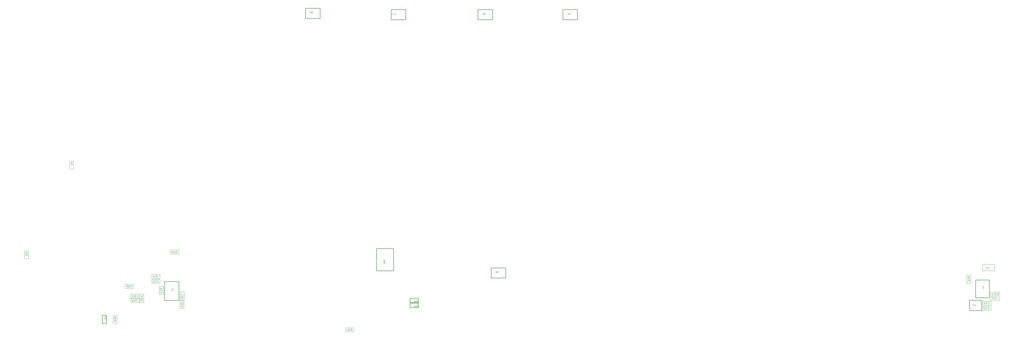
<source format=gbr>
%TF.GenerationSoftware,Altium Limited,Altium Designer,21.6.4 (81)*%
G04 Layer_Color=32768*
%FSLAX43Y43*%
%MOMM*%
%TF.SameCoordinates,9BCA014A-4D13-4940-A32C-4131998200A9*%
%TF.FilePolarity,Positive*%
%TF.FileFunction,Other,Bottom_Assembly*%
%TF.Part,Single*%
G01*
G75*
%TA.AperFunction,NonConductor*%
%ADD90C,0.200*%
%ADD137C,0.100*%
G36*
X190239Y33395D02*
X190238Y33374D01*
X190237Y33354D01*
X190235Y33337D01*
X190233Y33322D01*
X190232Y33309D01*
X190231Y33300D01*
X190230Y33297D01*
X190229Y33294D01*
Y33292D01*
X190224Y33276D01*
X190219Y33261D01*
X190214Y33248D01*
X190208Y33237D01*
X190204Y33227D01*
X190200Y33221D01*
X190197Y33217D01*
X190196Y33215D01*
X190188Y33203D01*
X190178Y33193D01*
X190169Y33183D01*
X190159Y33175D01*
X190151Y33167D01*
X190145Y33162D01*
X190140Y33158D01*
X190138Y33157D01*
X190123Y33148D01*
X190108Y33139D01*
X190093Y33131D01*
X190078Y33126D01*
X190065Y33120D01*
X190055Y33116D01*
X190051Y33116D01*
X190048Y33115D01*
X190047Y33114D01*
X190046D01*
X190023Y33108D01*
X190001Y33104D01*
X189980Y33101D01*
X189960Y33098D01*
X189942Y33097D01*
X189935D01*
X189928Y33096D01*
X189924D01*
X189919D01*
X189917D01*
X189916D01*
X189885Y33097D01*
X189856Y33100D01*
X189830Y33104D01*
X189818Y33106D01*
X189808Y33109D01*
X189798Y33112D01*
X189790Y33114D01*
X189782Y33116D01*
X189776Y33118D01*
X189770Y33119D01*
X189766Y33121D01*
X189765Y33122D01*
X189764D01*
X189740Y33132D01*
X189718Y33144D01*
X189700Y33157D01*
X189684Y33169D01*
X189671Y33180D01*
X189662Y33190D01*
X189659Y33193D01*
X189656Y33196D01*
X189656Y33197D01*
X189655Y33198D01*
X189643Y33213D01*
X189633Y33228D01*
X189625Y33244D01*
X189619Y33259D01*
X189614Y33272D01*
X189611Y33282D01*
X189609Y33286D01*
Y33288D01*
X189608Y33290D01*
Y33291D01*
X189606Y33307D01*
X189603Y33325D01*
X189601Y33344D01*
X189600Y33362D01*
X189599Y33379D01*
Y33625D01*
X190239D01*
Y33395D01*
D02*
G37*
G36*
Y32599D02*
X190163D01*
Y32914D01*
X190147Y32903D01*
X190141Y32897D01*
X190134Y32893D01*
X190129Y32888D01*
X190125Y32884D01*
X190122Y32882D01*
X190121Y32881D01*
X190117Y32876D01*
X190112Y32871D01*
X190100Y32858D01*
X190086Y32843D01*
X190072Y32827D01*
X190060Y32812D01*
X190055Y32806D01*
X190049Y32800D01*
X190046Y32796D01*
X190043Y32792D01*
X190041Y32790D01*
X190040Y32789D01*
X190027Y32774D01*
X190015Y32760D01*
X190003Y32747D01*
X189993Y32735D01*
X189983Y32724D01*
X189974Y32714D01*
X189965Y32705D01*
X189958Y32698D01*
X189950Y32690D01*
X189945Y32685D01*
X189940Y32680D01*
X189936Y32675D01*
X189930Y32671D01*
X189928Y32669D01*
X189913Y32656D01*
X189899Y32645D01*
X189885Y32636D01*
X189874Y32628D01*
X189864Y32623D01*
X189856Y32619D01*
X189852Y32617D01*
X189850Y32616D01*
X189836Y32611D01*
X189822Y32607D01*
X189809Y32603D01*
X189798Y32602D01*
X189788Y32601D01*
X189780Y32600D01*
X189776D01*
X189774D01*
X189760Y32601D01*
X189747Y32602D01*
X189734Y32604D01*
X189723Y32608D01*
X189701Y32617D01*
X189683Y32626D01*
X189675Y32632D01*
X189668Y32637D01*
X189662Y32641D01*
X189657Y32646D01*
X189654Y32650D01*
X189650Y32651D01*
X189649Y32653D01*
X189648Y32654D01*
X189639Y32664D01*
X189631Y32675D01*
X189624Y32687D01*
X189619Y32700D01*
X189609Y32724D01*
X189603Y32748D01*
X189601Y32758D01*
X189599Y32768D01*
X189598Y32777D01*
X189597Y32785D01*
X189596Y32791D01*
Y32800D01*
X189597Y32817D01*
X189598Y32833D01*
X189601Y32847D01*
X189604Y32861D01*
X189607Y32874D01*
X189611Y32886D01*
X189616Y32897D01*
X189620Y32908D01*
X189625Y32917D01*
X189630Y32924D01*
X189633Y32931D01*
X189637Y32936D01*
X189640Y32941D01*
X189643Y32944D01*
X189643Y32945D01*
X189644Y32946D01*
X189654Y32956D01*
X189664Y32964D01*
X189675Y32972D01*
X189686Y32979D01*
X189708Y32990D01*
X189730Y32997D01*
X189741Y33000D01*
X189751Y33003D01*
X189759Y33005D01*
X189766Y33006D01*
X189773Y33007D01*
X189778D01*
X189780Y33008D01*
X189781D01*
X189790Y32928D01*
X189768Y32926D01*
X189750Y32922D01*
X189733Y32917D01*
X189720Y32910D01*
X189709Y32905D01*
X189702Y32899D01*
X189697Y32896D01*
X189695Y32894D01*
X189684Y32880D01*
X189676Y32865D01*
X189669Y32849D01*
X189666Y32835D01*
X189663Y32822D01*
X189662Y32811D01*
X189661Y32808D01*
Y32802D01*
X189662Y32783D01*
X189666Y32765D01*
X189671Y32750D01*
X189677Y32737D01*
X189683Y32727D01*
X189688Y32721D01*
X189692Y32716D01*
X189693Y32714D01*
X189706Y32703D01*
X189719Y32695D01*
X189732Y32688D01*
X189745Y32685D01*
X189755Y32682D01*
X189765Y32681D01*
X189770Y32680D01*
X189771D01*
X189772D01*
X189789Y32682D01*
X189806Y32686D01*
X189822Y32692D01*
X189837Y32699D01*
X189849Y32706D01*
X189859Y32712D01*
X189863Y32714D01*
X189865Y32716D01*
X189866Y32718D01*
X189867D01*
X189877Y32725D01*
X189888Y32735D01*
X189899Y32745D01*
X189910Y32756D01*
X189932Y32779D01*
X189954Y32802D01*
X189964Y32814D01*
X189974Y32824D01*
X189982Y32834D01*
X189989Y32843D01*
X189995Y32849D01*
X189999Y32855D01*
X190002Y32859D01*
X190003Y32859D01*
X190023Y32883D01*
X190041Y32904D01*
X190058Y32921D01*
X190072Y32935D01*
X190084Y32947D01*
X190092Y32956D01*
X190097Y32960D01*
X190098Y32962D01*
X190099D01*
X190115Y32975D01*
X190130Y32985D01*
X190145Y32994D01*
X190158Y33002D01*
X190169Y33007D01*
X190177Y33011D01*
X190183Y33013D01*
X190183Y33014D01*
X190184D01*
X190195Y33018D01*
X190204Y33019D01*
X190213Y33021D01*
X190221Y33022D01*
X190229Y33023D01*
X190234D01*
X190238D01*
X190239D01*
Y32599D01*
D02*
G37*
G36*
X189956Y32514D02*
X189986Y32512D01*
X190014Y32509D01*
X190040Y32504D01*
X190064Y32500D01*
X190085Y32494D01*
X190105Y32489D01*
X190121Y32483D01*
X190136Y32478D01*
X190149Y32471D01*
X190160Y32467D01*
X190169Y32462D01*
X190176Y32457D01*
X190181Y32454D01*
X190183Y32453D01*
X190184Y32452D01*
X190195Y32442D01*
X190206Y32430D01*
X190215Y32418D01*
X190222Y32406D01*
X190229Y32394D01*
X190234Y32382D01*
X190238Y32370D01*
X190242Y32359D01*
X190244Y32348D01*
X190246Y32338D01*
X190248Y32329D01*
X190249Y32321D01*
X190250Y32315D01*
Y32306D01*
X190248Y32281D01*
X190244Y32258D01*
X190238Y32238D01*
X190232Y32222D01*
X190225Y32208D01*
X190221Y32203D01*
X190219Y32198D01*
X190217Y32195D01*
X190215Y32192D01*
X190213Y32191D01*
Y32190D01*
X190197Y32173D01*
X190181Y32160D01*
X190162Y32148D01*
X190146Y32138D01*
X190130Y32131D01*
X190123Y32127D01*
X190117Y32125D01*
X190112Y32124D01*
X190109Y32122D01*
X190107Y32121D01*
X190106D01*
X190092Y32116D01*
X190078Y32112D01*
X190048Y32107D01*
X190018Y32102D01*
X189988Y32099D01*
X189975Y32099D01*
X189963Y32098D01*
X189952D01*
X189942Y32097D01*
X189935D01*
X189928D01*
X189925D01*
X189924D01*
X189906D01*
X189889Y32098D01*
X189875D01*
X189860Y32099D01*
X189847Y32100D01*
X189834Y32101D01*
X189823Y32102D01*
X189813Y32104D01*
X189803Y32105D01*
X189795Y32107D01*
X189789Y32108D01*
X189783Y32109D01*
X189778Y32110D01*
X189776Y32111D01*
X189774Y32111D01*
X189773D01*
X189753Y32117D01*
X189734Y32124D01*
X189718Y32131D01*
X189705Y32136D01*
X189692Y32143D01*
X189684Y32147D01*
X189680Y32150D01*
X189678Y32151D01*
X189664Y32161D01*
X189652Y32172D01*
X189642Y32183D01*
X189632Y32193D01*
X189626Y32202D01*
X189621Y32209D01*
X189619Y32214D01*
X189618Y32215D01*
Y32216D01*
X189610Y32231D01*
X189606Y32246D01*
X189602Y32261D01*
X189599Y32275D01*
X189597Y32287D01*
X189596Y32297D01*
Y32306D01*
X189598Y32331D01*
X189602Y32354D01*
X189608Y32373D01*
X189615Y32390D01*
X189622Y32404D01*
X189625Y32409D01*
X189629Y32414D01*
X189631Y32418D01*
X189632Y32420D01*
X189634Y32421D01*
Y32422D01*
X189649Y32439D01*
X189667Y32453D01*
X189684Y32465D01*
X189701Y32474D01*
X189717Y32481D01*
X189723Y32485D01*
X189729Y32487D01*
X189734Y32489D01*
X189738Y32491D01*
X189740Y32491D01*
X189741D01*
X189754Y32495D01*
X189768Y32499D01*
X189799Y32504D01*
X189829Y32509D01*
X189858Y32512D01*
X189872Y32513D01*
X189884Y32514D01*
X189895D01*
X189905Y32515D01*
X189913D01*
X189919D01*
X189923D01*
X189924D01*
X189956Y32514D01*
D02*
G37*
G36*
X411887Y16824D02*
X411912Y16819D01*
X411934Y16812D01*
X411952Y16804D01*
X411960Y16800D01*
X411967Y16796D01*
X411973Y16792D01*
X411978Y16788D01*
X411982Y16786D01*
X411984Y16784D01*
X411986Y16783D01*
X411987Y16782D01*
X412005Y16764D01*
X412019Y16745D01*
X412030Y16725D01*
X412039Y16704D01*
X412045Y16687D01*
X412047Y16679D01*
X412049Y16673D01*
X412050Y16667D01*
X412051Y16664D01*
X412052Y16661D01*
Y16660D01*
X411973Y16646D01*
X411970Y16666D01*
X411964Y16684D01*
X411958Y16699D01*
X411951Y16711D01*
X411945Y16720D01*
X411939Y16726D01*
X411935Y16731D01*
X411935Y16732D01*
X411923Y16741D01*
X411910Y16749D01*
X411898Y16753D01*
X411886Y16757D01*
X411874Y16759D01*
X411866Y16761D01*
X411859D01*
X411842Y16760D01*
X411827Y16756D01*
X411814Y16751D01*
X411803Y16747D01*
X411795Y16741D01*
X411788Y16737D01*
X411784Y16733D01*
X411783Y16732D01*
X411773Y16721D01*
X411765Y16709D01*
X411761Y16697D01*
X411757Y16686D01*
X411755Y16676D01*
X411753Y16668D01*
Y16663D01*
Y16662D01*
Y16661D01*
Y16651D01*
X411755Y16641D01*
X411760Y16626D01*
X411766Y16612D01*
X411774Y16600D01*
X411781Y16592D01*
X411788Y16585D01*
X411792Y16581D01*
X411793Y16580D01*
X411794D01*
X411810Y16572D01*
X411825Y16566D01*
X411840Y16561D01*
X411854Y16558D01*
X411866Y16556D01*
X411876Y16555D01*
X411888D01*
X411892Y16555D01*
X411897D01*
X411906Y16486D01*
X411894Y16489D01*
X411883Y16491D01*
X411874Y16493D01*
X411865Y16494D01*
X411859Y16494D01*
X411850D01*
X411831Y16493D01*
X411813Y16489D01*
X411798Y16483D01*
X411785Y16477D01*
X411775Y16470D01*
X411767Y16465D01*
X411763Y16461D01*
X411761Y16459D01*
X411749Y16445D01*
X411740Y16431D01*
X411733Y16416D01*
X411729Y16401D01*
X411727Y16389D01*
X411726Y16379D01*
X411725Y16375D01*
Y16372D01*
Y16371D01*
Y16370D01*
X411727Y16349D01*
X411731Y16331D01*
X411737Y16315D01*
X411744Y16301D01*
X411751Y16290D01*
X411757Y16282D01*
X411762Y16276D01*
X411764Y16274D01*
X411778Y16261D01*
X411794Y16252D01*
X411810Y16246D01*
X411825Y16241D01*
X411837Y16238D01*
X411848Y16237D01*
X411851Y16236D01*
X411857D01*
X411874Y16237D01*
X411889Y16241D01*
X411903Y16246D01*
X411914Y16251D01*
X411923Y16256D01*
X411931Y16261D01*
X411935Y16264D01*
X411936Y16265D01*
X411948Y16278D01*
X411957Y16293D01*
X411965Y16309D01*
X411972Y16325D01*
X411976Y16339D01*
X411978Y16346D01*
X411979Y16351D01*
X411980Y16356D01*
X411981Y16359D01*
X411982Y16361D01*
Y16362D01*
X412060Y16352D01*
X412058Y16337D01*
X412056Y16323D01*
X412047Y16298D01*
X412037Y16275D01*
X412032Y16266D01*
X412026Y16257D01*
X412021Y16249D01*
X412015Y16242D01*
X412010Y16236D01*
X412006Y16231D01*
X412003Y16227D01*
X412000Y16224D01*
X411998Y16223D01*
X411997Y16222D01*
X411986Y16213D01*
X411975Y16205D01*
X411964Y16199D01*
X411952Y16193D01*
X411929Y16184D01*
X411907Y16178D01*
X411897Y16176D01*
X411887Y16175D01*
X411879Y16174D01*
X411872Y16173D01*
X411866Y16172D01*
X411858D01*
X411840Y16173D01*
X411825Y16175D01*
X411809Y16177D01*
X411794Y16181D01*
X411780Y16186D01*
X411768Y16190D01*
X411756Y16196D01*
X411746Y16201D01*
X411736Y16206D01*
X411727Y16212D01*
X411720Y16216D01*
X411715Y16221D01*
X411710Y16224D01*
X411706Y16227D01*
X411704Y16229D01*
X411703Y16230D01*
X411692Y16241D01*
X411683Y16253D01*
X411675Y16265D01*
X411667Y16277D01*
X411662Y16288D01*
X411656Y16300D01*
X411649Y16322D01*
X411647Y16333D01*
X411645Y16342D01*
X411643Y16350D01*
X411642Y16358D01*
X411641Y16363D01*
Y16368D01*
Y16371D01*
Y16371D01*
X411642Y16394D01*
X411646Y16414D01*
X411652Y16432D01*
X411657Y16446D01*
X411663Y16458D01*
X411668Y16468D01*
X411672Y16473D01*
X411673Y16475D01*
X411686Y16489D01*
X411700Y16501D01*
X411715Y16510D01*
X411729Y16518D01*
X411742Y16523D01*
X411752Y16527D01*
X411756Y16528D01*
X411759Y16529D01*
X411761Y16530D01*
X411762D01*
X411746Y16538D01*
X411733Y16546D01*
X411722Y16555D01*
X411713Y16564D01*
X411705Y16571D01*
X411700Y16578D01*
X411697Y16581D01*
X411696Y16583D01*
X411689Y16596D01*
X411683Y16609D01*
X411678Y16622D01*
X411676Y16634D01*
X411674Y16644D01*
X411673Y16652D01*
Y16657D01*
Y16659D01*
X411674Y16675D01*
X411677Y16690D01*
X411680Y16704D01*
X411685Y16716D01*
X411690Y16726D01*
X411693Y16735D01*
X411696Y16739D01*
X411697Y16741D01*
X411706Y16755D01*
X411717Y16767D01*
X411728Y16777D01*
X411740Y16787D01*
X411749Y16793D01*
X411757Y16799D01*
X411763Y16801D01*
X411764Y16802D01*
X411764D01*
X411781Y16810D01*
X411798Y16815D01*
X411814Y16820D01*
X411829Y16823D01*
X411841Y16824D01*
X411851Y16825D01*
X411874D01*
X411887Y16824D01*
D02*
G37*
G36*
X412673Y16453D02*
Y16434D01*
X412672Y16417D01*
X412671Y16400D01*
X412670Y16384D01*
X412668Y16371D01*
X412666Y16358D01*
X412663Y16346D01*
X412661Y16334D01*
X412659Y16324D01*
X412657Y16316D01*
X412655Y16309D01*
X412653Y16303D01*
X412651Y16298D01*
X412650Y16295D01*
X412649Y16293D01*
Y16292D01*
X412639Y16272D01*
X412626Y16253D01*
X412613Y16238D01*
X412599Y16225D01*
X412587Y16215D01*
X412577Y16208D01*
X412573Y16206D01*
X412571Y16204D01*
X412569Y16202D01*
X412568D01*
X412545Y16192D01*
X412521Y16185D01*
X412496Y16179D01*
X412473Y16175D01*
X412462Y16175D01*
X412452Y16174D01*
X412443Y16173D01*
X412436D01*
X412429Y16172D01*
X412421D01*
X412388Y16174D01*
X412373Y16175D01*
X412359Y16177D01*
X412345Y16180D01*
X412333Y16183D01*
X412322Y16186D01*
X412312Y16189D01*
X412303Y16193D01*
X412295Y16196D01*
X412288Y16199D01*
X412282Y16201D01*
X412278Y16204D01*
X412275Y16205D01*
X412273Y16207D01*
X412272D01*
X412252Y16221D01*
X412235Y16236D01*
X412222Y16251D01*
X412211Y16266D01*
X412203Y16279D01*
X412197Y16289D01*
X412195Y16293D01*
X412193Y16296D01*
X412193Y16298D01*
Y16298D01*
X412189Y16310D01*
X412185Y16322D01*
X412180Y16347D01*
X412176Y16372D01*
X412173Y16397D01*
X412172Y16408D01*
X412171Y16420D01*
Y16429D01*
X412170Y16437D01*
Y16444D01*
Y16448D01*
Y16452D01*
Y16453D01*
Y16823D01*
X412255D01*
Y16453D01*
Y16432D01*
X412257Y16411D01*
X412259Y16394D01*
X412262Y16377D01*
X412265Y16362D01*
X412268Y16348D01*
X412271Y16336D01*
X412275Y16326D01*
X412279Y16318D01*
X412282Y16310D01*
X412286Y16304D01*
X412289Y16298D01*
X412291Y16295D01*
X412293Y16292D01*
X412294Y16291D01*
X412295Y16290D01*
X412303Y16283D01*
X412313Y16276D01*
X412333Y16266D01*
X412354Y16259D01*
X412376Y16254D01*
X412397Y16250D01*
X412405Y16249D01*
X412413D01*
X412419Y16249D01*
X412428D01*
X412448Y16249D01*
X412465Y16252D01*
X412482Y16255D01*
X412495Y16260D01*
X412506Y16263D01*
X412514Y16266D01*
X412519Y16269D01*
X412521Y16270D01*
X412534Y16278D01*
X412545Y16288D01*
X412554Y16298D01*
X412560Y16308D01*
X412566Y16317D01*
X412571Y16323D01*
X412573Y16328D01*
X412573Y16330D01*
X412576Y16338D01*
X412578Y16347D01*
X412582Y16366D01*
X412585Y16386D01*
X412586Y16407D01*
X412587Y16424D01*
Y16432D01*
X412588Y16439D01*
Y16444D01*
Y16449D01*
Y16452D01*
Y16453D01*
Y16823D01*
X412673D01*
Y16453D01*
D02*
G37*
G36*
X110540Y22670D02*
X110525Y22661D01*
X110510Y22651D01*
X110495Y22639D01*
X110482Y22628D01*
X110471Y22617D01*
X110462Y22608D01*
X110459Y22605D01*
X110456Y22602D01*
X110455Y22601D01*
X110454Y22600D01*
X110439Y22581D01*
X110424Y22561D01*
X110411Y22543D01*
X110401Y22524D01*
X110392Y22508D01*
X110388Y22502D01*
X110385Y22496D01*
X110382Y22492D01*
X110381Y22488D01*
X110380Y22486D01*
Y22485D01*
X110304D01*
X110309Y22499D01*
X110316Y22513D01*
X110322Y22527D01*
X110329Y22540D01*
X110334Y22551D01*
X110339Y22560D01*
X110343Y22566D01*
X110344Y22567D01*
Y22568D01*
X110354Y22584D01*
X110364Y22599D01*
X110373Y22612D01*
X110381Y22622D01*
X110388Y22631D01*
X110393Y22637D01*
X110397Y22642D01*
X110398Y22643D01*
X109898D01*
Y22721D01*
X110540D01*
Y22670D01*
D02*
G37*
G36*
X110538Y22231D02*
X110168D01*
X110147D01*
X110126Y22229D01*
X110109Y22227D01*
X110092Y22225D01*
X110077Y22222D01*
X110063Y22218D01*
X110051Y22215D01*
X110041Y22212D01*
X110033Y22208D01*
X110025Y22204D01*
X110019Y22201D01*
X110013Y22198D01*
X110010Y22195D01*
X110007Y22193D01*
X110006Y22192D01*
X110005Y22191D01*
X109998Y22183D01*
X109991Y22174D01*
X109981Y22153D01*
X109974Y22132D01*
X109969Y22110D01*
X109965Y22090D01*
X109964Y22081D01*
Y22073D01*
X109964Y22067D01*
Y22058D01*
X109964Y22039D01*
X109967Y22021D01*
X109970Y22005D01*
X109975Y21992D01*
X109978Y21981D01*
X109981Y21972D01*
X109984Y21968D01*
X109985Y21966D01*
X109993Y21953D01*
X110003Y21942D01*
X110013Y21932D01*
X110023Y21926D01*
X110032Y21920D01*
X110038Y21916D01*
X110043Y21914D01*
X110045Y21913D01*
X110053Y21910D01*
X110062Y21908D01*
X110081Y21905D01*
X110101Y21902D01*
X110122Y21900D01*
X110139Y21899D01*
X110148D01*
X110154Y21898D01*
X110160D01*
X110164D01*
X110167D01*
X110168D01*
X110538D01*
Y21813D01*
X110168D01*
X110149D01*
X110132Y21814D01*
X110115Y21815D01*
X110099Y21817D01*
X110086Y21819D01*
X110073Y21821D01*
X110061Y21823D01*
X110050Y21825D01*
X110039Y21827D01*
X110031Y21830D01*
X110024Y21832D01*
X110018Y21834D01*
X110013Y21835D01*
X110010Y21836D01*
X110008Y21837D01*
X110007D01*
X109987Y21847D01*
X109968Y21860D01*
X109953Y21873D01*
X109940Y21887D01*
X109930Y21899D01*
X109923Y21909D01*
X109921Y21913D01*
X109919Y21916D01*
X109917Y21918D01*
Y21919D01*
X109907Y21942D01*
X109900Y21966D01*
X109894Y21991D01*
X109890Y22014D01*
X109890Y22024D01*
X109889Y22034D01*
X109888Y22043D01*
Y22051D01*
X109887Y22057D01*
Y22066D01*
X109889Y22099D01*
X109890Y22114D01*
X109892Y22128D01*
X109895Y22141D01*
X109898Y22153D01*
X109901Y22165D01*
X109904Y22175D01*
X109908Y22184D01*
X109911Y22191D01*
X109914Y22199D01*
X109916Y22204D01*
X109919Y22209D01*
X109920Y22212D01*
X109922Y22214D01*
Y22214D01*
X109936Y22235D01*
X109952Y22251D01*
X109966Y22264D01*
X109981Y22275D01*
X109994Y22284D01*
X110004Y22289D01*
X110008Y22291D01*
X110011Y22293D01*
X110013Y22294D01*
X110013D01*
X110025Y22298D01*
X110037Y22301D01*
X110062Y22307D01*
X110087Y22311D01*
X110112Y22313D01*
X110123Y22314D01*
X110135Y22315D01*
X110144D01*
X110152Y22316D01*
X110159D01*
X110163D01*
X110167D01*
X110168D01*
X110538D01*
Y22231D01*
D02*
G37*
G36*
X415326Y23346D02*
X415341Y23357D01*
X415348Y23363D01*
X415354Y23367D01*
X415360Y23372D01*
X415363Y23376D01*
X415366Y23378D01*
X415367Y23379D01*
X415372Y23384D01*
X415376Y23389D01*
X415388Y23402D01*
X415402Y23417D01*
X415416Y23433D01*
X415428Y23448D01*
X415434Y23454D01*
X415439Y23460D01*
X415443Y23464D01*
X415446Y23468D01*
X415448Y23470D01*
X415448Y23471D01*
X415461Y23486D01*
X415473Y23500D01*
X415485Y23513D01*
X415496Y23525D01*
X415506Y23537D01*
X415515Y23546D01*
X415523Y23555D01*
X415531Y23562D01*
X415538Y23570D01*
X415544Y23575D01*
X415548Y23580D01*
X415553Y23585D01*
X415559Y23589D01*
X415560Y23591D01*
X415576Y23604D01*
X415590Y23615D01*
X415604Y23624D01*
X415615Y23632D01*
X415625Y23637D01*
X415632Y23641D01*
X415637Y23643D01*
X415639Y23644D01*
X415653Y23649D01*
X415667Y23653D01*
X415680Y23657D01*
X415691Y23659D01*
X415701Y23659D01*
X415708Y23660D01*
X415713D01*
X415715D01*
X415729Y23659D01*
X415742Y23658D01*
X415754Y23656D01*
X415766Y23652D01*
X415788Y23643D01*
X415805Y23634D01*
X415814Y23628D01*
X415820Y23623D01*
X415827Y23619D01*
X415831Y23614D01*
X415835Y23610D01*
X415839Y23609D01*
X415840Y23607D01*
X415840Y23606D01*
X415850Y23596D01*
X415858Y23585D01*
X415865Y23573D01*
X415870Y23561D01*
X415879Y23537D01*
X415886Y23512D01*
X415888Y23502D01*
X415889Y23492D01*
X415890Y23483D01*
X415891Y23475D01*
X415892Y23469D01*
Y23460D01*
X415891Y23443D01*
X415890Y23427D01*
X415888Y23413D01*
X415885Y23399D01*
X415881Y23386D01*
X415877Y23374D01*
X415873Y23363D01*
X415868Y23353D01*
X415864Y23343D01*
X415859Y23336D01*
X415855Y23329D01*
X415852Y23324D01*
X415849Y23319D01*
X415846Y23316D01*
X415845Y23315D01*
X415844Y23314D01*
X415835Y23304D01*
X415825Y23296D01*
X415814Y23288D01*
X415803Y23281D01*
X415780Y23270D01*
X415758Y23263D01*
X415748Y23260D01*
X415738Y23257D01*
X415730Y23255D01*
X415722Y23254D01*
X415716Y23253D01*
X415711D01*
X415708Y23252D01*
X415707D01*
X415699Y23332D01*
X415720Y23334D01*
X415739Y23338D01*
X415755Y23343D01*
X415768Y23350D01*
X415779Y23355D01*
X415787Y23361D01*
X415791Y23365D01*
X415793Y23366D01*
X415804Y23380D01*
X415813Y23395D01*
X415819Y23411D01*
X415823Y23425D01*
X415826Y23438D01*
X415827Y23449D01*
X415828Y23452D01*
Y23458D01*
X415827Y23477D01*
X415823Y23495D01*
X415817Y23510D01*
X415812Y23523D01*
X415805Y23533D01*
X415801Y23539D01*
X415797Y23544D01*
X415795Y23546D01*
X415782Y23557D01*
X415769Y23565D01*
X415756Y23572D01*
X415743Y23575D01*
X415733Y23578D01*
X415724Y23579D01*
X415718Y23580D01*
X415717D01*
X415717D01*
X415700Y23578D01*
X415682Y23574D01*
X415667Y23568D01*
X415652Y23561D01*
X415640Y23554D01*
X415630Y23548D01*
X415626Y23546D01*
X415623Y23544D01*
X415622Y23542D01*
X415621D01*
X415611Y23535D01*
X415601Y23525D01*
X415590Y23515D01*
X415579Y23504D01*
X415557Y23481D01*
X415534Y23458D01*
X415524Y23446D01*
X415515Y23436D01*
X415507Y23426D01*
X415499Y23417D01*
X415494Y23411D01*
X415489Y23405D01*
X415486Y23402D01*
X415485Y23401D01*
X415466Y23377D01*
X415448Y23356D01*
X415431Y23339D01*
X415417Y23325D01*
X415405Y23313D01*
X415397Y23304D01*
X415391Y23300D01*
X415390Y23298D01*
X415389D01*
X415374Y23285D01*
X415359Y23275D01*
X415344Y23266D01*
X415331Y23258D01*
X415320Y23253D01*
X415312Y23249D01*
X415306Y23247D01*
X415305Y23246D01*
X415304D01*
X415294Y23243D01*
X415285Y23241D01*
X415276Y23239D01*
X415267Y23238D01*
X415260Y23237D01*
X415254D01*
X415251D01*
X415250D01*
Y23661D01*
X415326D01*
Y23346D01*
D02*
G37*
G36*
X415889Y23054D02*
X415520D01*
X415498D01*
X415478Y23052D01*
X415460Y23050D01*
X415444Y23047D01*
X415429Y23045D01*
X415415Y23041D01*
X415403Y23038D01*
X415393Y23034D01*
X415385Y23031D01*
X415376Y23027D01*
X415371Y23023D01*
X415365Y23021D01*
X415362Y23018D01*
X415359Y23016D01*
X415358Y23015D01*
X415357Y23014D01*
X415350Y23006D01*
X415343Y22997D01*
X415333Y22976D01*
X415326Y22955D01*
X415321Y22933D01*
X415317Y22912D01*
X415316Y22904D01*
Y22896D01*
X415315Y22890D01*
Y22881D01*
X415316Y22862D01*
X415319Y22844D01*
X415322Y22827D01*
X415326Y22814D01*
X415330Y22803D01*
X415333Y22795D01*
X415336Y22790D01*
X415337Y22789D01*
X415345Y22776D01*
X415355Y22764D01*
X415365Y22755D01*
X415375Y22749D01*
X415384Y22743D01*
X415390Y22739D01*
X415395Y22737D01*
X415397Y22736D01*
X415405Y22733D01*
X415413Y22731D01*
X415433Y22728D01*
X415453Y22725D01*
X415473Y22723D01*
X415491Y22722D01*
X415499D01*
X415506Y22721D01*
X415511D01*
X415516D01*
X415519D01*
X415520D01*
X415889D01*
Y22636D01*
X415520D01*
X415501D01*
X415484Y22637D01*
X415467Y22638D01*
X415451Y22640D01*
X415437Y22642D01*
X415424Y22643D01*
X415412Y22646D01*
X415401Y22648D01*
X415391Y22650D01*
X415383Y22653D01*
X415375Y22654D01*
X415370Y22656D01*
X415365Y22658D01*
X415362Y22659D01*
X415360Y22660D01*
X415359D01*
X415338Y22670D01*
X415320Y22683D01*
X415305Y22696D01*
X415292Y22710D01*
X415282Y22722D01*
X415275Y22732D01*
X415273Y22736D01*
X415271Y22739D01*
X415269Y22740D01*
Y22741D01*
X415259Y22764D01*
X415252Y22789D01*
X415246Y22813D01*
X415242Y22837D01*
X415241Y22847D01*
X415240Y22857D01*
X415240Y22866D01*
Y22874D01*
X415239Y22880D01*
Y22888D01*
X415240Y22922D01*
X415242Y22936D01*
X415244Y22950D01*
X415247Y22964D01*
X415250Y22976D01*
X415252Y22987D01*
X415256Y22997D01*
X415260Y23007D01*
X415263Y23014D01*
X415265Y23022D01*
X415268Y23027D01*
X415271Y23032D01*
X415272Y23034D01*
X415274Y23036D01*
Y23037D01*
X415288Y23058D01*
X415303Y23074D01*
X415318Y23087D01*
X415333Y23098D01*
X415346Y23107D01*
X415356Y23112D01*
X415360Y23114D01*
X415362Y23116D01*
X415364Y23117D01*
X415365D01*
X415376Y23120D01*
X415388Y23124D01*
X415413Y23130D01*
X415439Y23133D01*
X415464Y23136D01*
X415475Y23137D01*
X415486Y23138D01*
X415496D01*
X415504Y23139D01*
X415510D01*
X415515D01*
X415519D01*
X415520D01*
X415889D01*
Y23054D01*
D02*
G37*
G36*
X162203Y127153D02*
X162218Y127151D01*
X162233Y127148D01*
X162246Y127144D01*
X162271Y127134D01*
X162282Y127130D01*
X162291Y127124D01*
X162300Y127118D01*
X162308Y127113D01*
X162315Y127107D01*
X162320Y127103D01*
X162325Y127099D01*
X162328Y127096D01*
X162330Y127094D01*
X162331Y127094D01*
X162341Y127082D01*
X162349Y127070D01*
X162357Y127058D01*
X162364Y127045D01*
X162369Y127031D01*
X162374Y127018D01*
X162381Y126994D01*
X162383Y126982D01*
X162385Y126972D01*
X162386Y126961D01*
X162387Y126953D01*
X162388Y126947D01*
Y126942D01*
Y126938D01*
Y126937D01*
X162387Y126920D01*
X162385Y126904D01*
X162383Y126888D01*
X162380Y126874D01*
X162375Y126861D01*
X162370Y126848D01*
X162366Y126837D01*
X162360Y126826D01*
X162356Y126817D01*
X162351Y126809D01*
X162346Y126802D01*
X162342Y126796D01*
X162338Y126791D01*
X162336Y126788D01*
X162334Y126787D01*
X162333Y126786D01*
X162323Y126776D01*
X162312Y126767D01*
X162301Y126759D01*
X162289Y126752D01*
X162278Y126747D01*
X162267Y126742D01*
X162246Y126736D01*
X162236Y126733D01*
X162227Y126731D01*
X162220Y126730D01*
X162212Y126729D01*
X162207Y126728D01*
X162199D01*
X162182Y126729D01*
X162165Y126732D01*
X162150Y126736D01*
X162136Y126740D01*
X162126Y126744D01*
X162118Y126748D01*
X162112Y126751D01*
X162111Y126751D01*
X162096Y126761D01*
X162083Y126771D01*
X162072Y126781D01*
X162063Y126790D01*
X162056Y126800D01*
X162050Y126806D01*
X162047Y126811D01*
X162046Y126812D01*
Y126805D01*
Y126800D01*
Y126798D01*
Y126797D01*
X162047Y126778D01*
X162048Y126761D01*
X162050Y126745D01*
X162051Y126730D01*
X162054Y126718D01*
X162056Y126709D01*
X162057Y126705D01*
Y126702D01*
X162058Y126702D01*
Y126701D01*
X162063Y126684D01*
X162067Y126669D01*
X162072Y126656D01*
X162076Y126645D01*
X162080Y126637D01*
X162084Y126630D01*
X162086Y126626D01*
X162087Y126625D01*
X162094Y126615D01*
X162101Y126606D01*
X162109Y126599D01*
X162116Y126592D01*
X162122Y126587D01*
X162127Y126583D01*
X162131Y126581D01*
X162132Y126580D01*
X162142Y126575D01*
X162153Y126571D01*
X162163Y126568D01*
X162173Y126567D01*
X162182Y126566D01*
X162188Y126565D01*
X162195D01*
X162210Y126566D01*
X162223Y126568D01*
X162235Y126572D01*
X162246Y126577D01*
X162253Y126580D01*
X162259Y126584D01*
X162263Y126587D01*
X162264Y126588D01*
X162273Y126598D01*
X162281Y126610D01*
X162287Y126623D01*
X162292Y126636D01*
X162296Y126647D01*
X162298Y126657D01*
X162299Y126661D01*
Y126663D01*
X162300Y126665D01*
Y126665D01*
X162376Y126659D01*
X162370Y126632D01*
X162363Y126609D01*
X162354Y126589D01*
X162344Y126572D01*
X162335Y126559D01*
X162331Y126554D01*
X162327Y126549D01*
X162324Y126546D01*
X162321Y126543D01*
X162320Y126543D01*
X162320Y126542D01*
X162310Y126534D01*
X162300Y126528D01*
X162280Y126518D01*
X162259Y126510D01*
X162240Y126506D01*
X162222Y126502D01*
X162215Y126501D01*
X162209D01*
X162204Y126500D01*
X162197D01*
X162171Y126502D01*
X162148Y126506D01*
X162126Y126512D01*
X162109Y126519D01*
X162101Y126522D01*
X162094Y126526D01*
X162088Y126530D01*
X162083Y126532D01*
X162079Y126534D01*
X162076Y126536D01*
X162075Y126538D01*
X162074D01*
X162055Y126554D01*
X162038Y126571D01*
X162026Y126590D01*
X162014Y126607D01*
X162005Y126623D01*
X162001Y126630D01*
X161999Y126636D01*
X161997Y126641D01*
X161995Y126645D01*
X161994Y126647D01*
Y126648D01*
X161989Y126662D01*
X161985Y126677D01*
X161978Y126709D01*
X161974Y126742D01*
X161971Y126774D01*
X161969Y126788D01*
X161968Y126801D01*
Y126813D01*
X161967Y126824D01*
Y126832D01*
Y126838D01*
Y126843D01*
Y126844D01*
Y126865D01*
X161968Y126886D01*
X161970Y126904D01*
X161972Y126922D01*
X161974Y126937D01*
X161976Y126952D01*
X161978Y126966D01*
X161981Y126978D01*
X161984Y126988D01*
X161986Y126997D01*
X161989Y127006D01*
X161990Y127012D01*
X161992Y127017D01*
X161994Y127021D01*
X161995Y127022D01*
Y127023D01*
X162006Y127045D01*
X162018Y127065D01*
X162032Y127082D01*
X162044Y127095D01*
X162056Y127106D01*
X162065Y127113D01*
X162069Y127116D01*
X162072Y127118D01*
X162073Y127119D01*
X162074D01*
X162093Y127131D01*
X162112Y127139D01*
X162132Y127145D01*
X162149Y127149D01*
X162165Y127152D01*
X162172Y127153D01*
X162176D01*
X162181Y127154D01*
X162187D01*
X162203Y127153D01*
D02*
G37*
G36*
X163000Y126511D02*
X162915D01*
Y126795D01*
X162806D01*
X162796Y126794D01*
X162788D01*
X162782Y126793D01*
X162777Y126792D01*
X162773D01*
X162772Y126791D01*
X162771D01*
X162756Y126787D01*
X162749Y126784D01*
X162744Y126781D01*
X162738Y126778D01*
X162735Y126776D01*
X162733Y126776D01*
X162732Y126775D01*
X162724Y126769D01*
X162717Y126763D01*
X162703Y126749D01*
X162697Y126742D01*
X162692Y126737D01*
X162689Y126733D01*
X162688Y126732D01*
X162679Y126719D01*
X162669Y126705D01*
X162659Y126690D01*
X162649Y126677D01*
X162640Y126664D01*
X162634Y126653D01*
X162631Y126650D01*
X162629Y126647D01*
X162627Y126645D01*
Y126644D01*
X162543Y126511D01*
X162438D01*
X162548Y126685D01*
X162561Y126703D01*
X162573Y126720D01*
X162585Y126734D01*
X162595Y126747D01*
X162604Y126756D01*
X162612Y126763D01*
X162616Y126768D01*
X162618Y126770D01*
X162626Y126776D01*
X162634Y126782D01*
X162651Y126792D01*
X162658Y126796D01*
X162663Y126800D01*
X162667Y126801D01*
X162669Y126802D01*
X162652Y126805D01*
X162637Y126808D01*
X162623Y126812D01*
X162609Y126816D01*
X162597Y126821D01*
X162586Y126826D01*
X162576Y126831D01*
X162566Y126836D01*
X162559Y126841D01*
X162552Y126846D01*
X162546Y126849D01*
X162541Y126853D01*
X162538Y126856D01*
X162535Y126859D01*
X162534Y126860D01*
X162533Y126861D01*
X162526Y126870D01*
X162518Y126879D01*
X162507Y126898D01*
X162500Y126918D01*
X162494Y126936D01*
X162491Y126952D01*
X162490Y126959D01*
Y126965D01*
X162489Y126970D01*
Y126973D01*
Y126975D01*
Y126976D01*
X162490Y126996D01*
X162492Y127013D01*
X162497Y127030D01*
X162502Y127044D01*
X162507Y127056D01*
X162511Y127065D01*
X162515Y127070D01*
X162516Y127071D01*
Y127072D01*
X162527Y127087D01*
X162538Y127100D01*
X162550Y127111D01*
X162561Y127119D01*
X162571Y127126D01*
X162579Y127130D01*
X162585Y127132D01*
X162586Y127133D01*
X162587D01*
X162595Y127136D01*
X162605Y127139D01*
X162626Y127143D01*
X162648Y127146D01*
X162668Y127149D01*
X162688Y127150D01*
X162696D01*
X162703Y127151D01*
X163000D01*
Y126511D01*
D02*
G37*
G36*
X201677Y18140D02*
X201664Y18122D01*
X201652Y18105D01*
X201640Y18091D01*
X201630Y18078D01*
X201621Y18069D01*
X201613Y18062D01*
X201609Y18057D01*
X201607Y18055D01*
X201599Y18049D01*
X201591Y18043D01*
X201574Y18033D01*
X201567Y18029D01*
X201562Y18025D01*
X201558Y18024D01*
X201556Y18023D01*
X201573Y18020D01*
X201588Y18017D01*
X201602Y18013D01*
X201616Y18009D01*
X201628Y18004D01*
X201639Y17999D01*
X201649Y17994D01*
X201659Y17989D01*
X201666Y17984D01*
X201673Y17979D01*
X201679Y17976D01*
X201684Y17972D01*
X201687Y17969D01*
X201690Y17966D01*
X201691Y17965D01*
X201692Y17964D01*
X201699Y17955D01*
X201707Y17946D01*
X201718Y17927D01*
X201725Y17907D01*
X201731Y17889D01*
X201734Y17873D01*
X201735Y17866D01*
Y17860D01*
X201736Y17855D01*
Y17852D01*
Y17850D01*
Y17849D01*
X201735Y17829D01*
X201733Y17812D01*
X201728Y17795D01*
X201723Y17781D01*
X201718Y17769D01*
X201714Y17760D01*
X201710Y17755D01*
X201709Y17754D01*
Y17753D01*
X201698Y17738D01*
X201687Y17725D01*
X201675Y17714D01*
X201664Y17706D01*
X201654Y17699D01*
X201646Y17695D01*
X201640Y17693D01*
X201639Y17692D01*
X201638D01*
X201630Y17689D01*
X201620Y17686D01*
X201599Y17682D01*
X201577Y17679D01*
X201557Y17676D01*
X201537Y17675D01*
X201529D01*
X201522Y17674D01*
X201225D01*
Y18314D01*
X201310D01*
Y18030D01*
X201419D01*
X201429Y18031D01*
X201437D01*
X201443Y18032D01*
X201448Y18033D01*
X201452D01*
X201453Y18034D01*
X201454D01*
X201469Y18038D01*
X201476Y18041D01*
X201481Y18044D01*
X201487Y18047D01*
X201490Y18049D01*
X201492Y18049D01*
X201493Y18050D01*
X201501Y18056D01*
X201508Y18062D01*
X201522Y18076D01*
X201528Y18083D01*
X201533Y18088D01*
X201536Y18092D01*
X201537Y18093D01*
X201546Y18106D01*
X201556Y18120D01*
X201566Y18135D01*
X201576Y18148D01*
X201585Y18161D01*
X201591Y18172D01*
X201594Y18175D01*
X201596Y18178D01*
X201598Y18180D01*
Y18181D01*
X201682Y18314D01*
X201787D01*
X201677Y18140D01*
D02*
G37*
G36*
X202250Y18238D02*
X201935D01*
X201946Y18222D01*
X201952Y18216D01*
X201956Y18209D01*
X201961Y18204D01*
X201965Y18200D01*
X201967Y18197D01*
X201968Y18196D01*
X201973Y18192D01*
X201979Y18187D01*
X201991Y18175D01*
X202006Y18161D01*
X202022Y18147D01*
X202037Y18135D01*
X202043Y18130D01*
X202049Y18124D01*
X202053Y18121D01*
X202057Y18118D01*
X202059Y18116D01*
X202060Y18115D01*
X202075Y18102D01*
X202089Y18090D01*
X202102Y18078D01*
X202114Y18068D01*
X202126Y18058D01*
X202135Y18049D01*
X202144Y18040D01*
X202151Y18033D01*
X202159Y18025D01*
X202164Y18020D01*
X202169Y18015D01*
X202174Y18011D01*
X202178Y18005D01*
X202180Y18003D01*
X202193Y17988D01*
X202204Y17974D01*
X202213Y17960D01*
X202221Y17949D01*
X202226Y17939D01*
X202230Y17931D01*
X202232Y17927D01*
X202233Y17925D01*
X202238Y17911D01*
X202242Y17897D01*
X202246Y17884D01*
X202248Y17873D01*
X202248Y17863D01*
X202249Y17855D01*
Y17851D01*
Y17849D01*
X202248Y17835D01*
X202247Y17822D01*
X202245Y17809D01*
X202241Y17798D01*
X202232Y17776D01*
X202223Y17758D01*
X202217Y17750D01*
X202212Y17743D01*
X202208Y17737D01*
X202203Y17732D01*
X202199Y17729D01*
X202198Y17725D01*
X202196Y17724D01*
X202195Y17723D01*
X202185Y17714D01*
X202174Y17706D01*
X202162Y17699D01*
X202150Y17694D01*
X202126Y17684D01*
X202101Y17678D01*
X202091Y17676D01*
X202081Y17674D01*
X202072Y17673D01*
X202064Y17672D01*
X202058Y17671D01*
X202049D01*
X202032Y17672D01*
X202016Y17673D01*
X202002Y17676D01*
X201988Y17679D01*
X201975Y17682D01*
X201963Y17686D01*
X201952Y17691D01*
X201942Y17695D01*
X201932Y17700D01*
X201925Y17705D01*
X201918Y17708D01*
X201913Y17712D01*
X201908Y17715D01*
X201905Y17718D01*
X201904Y17719D01*
X201903Y17719D01*
X201893Y17729D01*
X201885Y17739D01*
X201877Y17750D01*
X201870Y17761D01*
X201859Y17783D01*
X201852Y17805D01*
X201849Y17816D01*
X201846Y17826D01*
X201844Y17834D01*
X201843Y17841D01*
X201842Y17848D01*
Y17853D01*
X201841Y17855D01*
Y17856D01*
X201921Y17865D01*
X201923Y17843D01*
X201927Y17825D01*
X201932Y17808D01*
X201939Y17795D01*
X201944Y17784D01*
X201950Y17777D01*
X201954Y17772D01*
X201955Y17770D01*
X201969Y17759D01*
X201984Y17751D01*
X202000Y17744D01*
X202014Y17741D01*
X202027Y17738D01*
X202038Y17737D01*
X202041Y17736D01*
X202047D01*
X202066Y17737D01*
X202084Y17741D01*
X202099Y17746D01*
X202112Y17752D01*
X202122Y17758D01*
X202128Y17763D01*
X202133Y17767D01*
X202135Y17768D01*
X202146Y17781D01*
X202154Y17794D01*
X202161Y17807D01*
X202164Y17820D01*
X202167Y17830D01*
X202168Y17840D01*
X202169Y17845D01*
Y17846D01*
Y17847D01*
X202167Y17864D01*
X202163Y17881D01*
X202157Y17897D01*
X202150Y17912D01*
X202143Y17924D01*
X202137Y17934D01*
X202135Y17938D01*
X202133Y17940D01*
X202131Y17941D01*
Y17942D01*
X202124Y17952D01*
X202114Y17963D01*
X202104Y17974D01*
X202093Y17985D01*
X202070Y18007D01*
X202047Y18029D01*
X202035Y18039D01*
X202025Y18049D01*
X202015Y18057D01*
X202006Y18064D01*
X202000Y18070D01*
X201994Y18074D01*
X201991Y18077D01*
X201990Y18078D01*
X201966Y18098D01*
X201945Y18116D01*
X201928Y18133D01*
X201914Y18147D01*
X201902Y18159D01*
X201893Y18167D01*
X201889Y18172D01*
X201887Y18173D01*
Y18174D01*
X201874Y18190D01*
X201864Y18205D01*
X201855Y18220D01*
X201847Y18233D01*
X201842Y18244D01*
X201838Y18252D01*
X201836Y18258D01*
X201835Y18258D01*
Y18259D01*
X201831Y18270D01*
X201830Y18279D01*
X201828Y18288D01*
X201827Y18296D01*
X201826Y18304D01*
Y18309D01*
Y18313D01*
Y18314D01*
X202250D01*
Y18238D01*
D02*
G37*
G36*
X202562Y18324D02*
X202578Y18322D01*
X202593Y18319D01*
X202608Y18317D01*
X202621Y18312D01*
X202634Y18307D01*
X202646Y18303D01*
X202656Y18297D01*
X202665Y18292D01*
X202674Y18287D01*
X202680Y18282D01*
X202687Y18278D01*
X202691Y18275D01*
X202694Y18272D01*
X202696Y18270D01*
X202697Y18270D01*
X202707Y18258D01*
X202716Y18247D01*
X202724Y18236D01*
X202730Y18224D01*
X202737Y18213D01*
X202741Y18201D01*
X202748Y18180D01*
X202751Y18170D01*
X202752Y18160D01*
X202753Y18152D01*
X202754Y18146D01*
X202755Y18140D01*
Y18135D01*
Y18133D01*
Y18132D01*
X202754Y18111D01*
X202751Y18091D01*
X202745Y18074D01*
X202739Y18059D01*
X202734Y18047D01*
X202728Y18037D01*
X202725Y18032D01*
X202724Y18031D01*
Y18030D01*
X202711Y18015D01*
X202697Y18002D01*
X202682Y17992D01*
X202668Y17983D01*
X202655Y17976D01*
X202644Y17972D01*
X202640Y17970D01*
X202638Y17969D01*
X202636Y17968D01*
X202635D01*
X202652Y17961D01*
X202665Y17952D01*
X202677Y17944D01*
X202688Y17936D01*
X202695Y17928D01*
X202701Y17923D01*
X202704Y17919D01*
X202705Y17917D01*
X202714Y17904D01*
X202719Y17891D01*
X202724Y17878D01*
X202726Y17865D01*
X202728Y17855D01*
X202729Y17847D01*
Y17841D01*
Y17841D01*
Y17840D01*
X202728Y17827D01*
X202727Y17815D01*
X202721Y17792D01*
X202713Y17771D01*
X202703Y17754D01*
X202694Y17740D01*
X202689Y17734D01*
X202686Y17729D01*
X202682Y17725D01*
X202679Y17722D01*
X202678Y17721D01*
X202677Y17720D01*
X202667Y17712D01*
X202657Y17704D01*
X202646Y17697D01*
X202635Y17692D01*
X202613Y17683D01*
X202591Y17678D01*
X202581Y17675D01*
X202572Y17674D01*
X202564Y17673D01*
X202556Y17672D01*
X202551Y17671D01*
X202542D01*
X202528Y17672D01*
X202513Y17673D01*
X202487Y17679D01*
X202475Y17682D01*
X202464Y17686D01*
X202454Y17691D01*
X202444Y17695D01*
X202437Y17700D01*
X202430Y17705D01*
X202423Y17708D01*
X202419Y17712D01*
X202415Y17715D01*
X202412Y17718D01*
X202410Y17719D01*
X202409Y17719D01*
X202401Y17729D01*
X202393Y17738D01*
X202386Y17748D01*
X202381Y17758D01*
X202371Y17778D01*
X202366Y17796D01*
X202362Y17812D01*
X202361Y17819D01*
X202360Y17825D01*
X202359Y17830D01*
Y17834D01*
Y17836D01*
Y17837D01*
X202360Y17853D01*
X202363Y17869D01*
X202367Y17883D01*
X202371Y17895D01*
X202375Y17904D01*
X202379Y17912D01*
X202382Y17915D01*
X202383Y17917D01*
X202393Y17928D01*
X202404Y17939D01*
X202416Y17948D01*
X202428Y17955D01*
X202439Y17961D01*
X202447Y17964D01*
X202451Y17966D01*
X202454Y17967D01*
X202455Y17968D01*
X202456D01*
X202434Y17975D01*
X202417Y17983D01*
X202401Y17993D01*
X202388Y18002D01*
X202378Y18012D01*
X202371Y18019D01*
X202367Y18024D01*
X202365Y18025D01*
Y18025D01*
X202355Y18042D01*
X202346Y18060D01*
X202341Y18076D01*
X202337Y18093D01*
X202335Y18108D01*
X202334Y18114D01*
Y18120D01*
X202334Y18123D01*
Y18127D01*
Y18129D01*
Y18130D01*
X202334Y18145D01*
X202336Y18160D01*
X202339Y18173D01*
X202343Y18187D01*
X202352Y18210D01*
X202357Y18221D01*
X202362Y18231D01*
X202368Y18240D01*
X202372Y18247D01*
X202378Y18254D01*
X202382Y18259D01*
X202385Y18264D01*
X202388Y18267D01*
X202390Y18269D01*
X202391Y18270D01*
X202402Y18280D01*
X202414Y18288D01*
X202427Y18295D01*
X202440Y18302D01*
X202452Y18307D01*
X202465Y18311D01*
X202490Y18318D01*
X202501Y18320D01*
X202511Y18322D01*
X202520Y18323D01*
X202529Y18324D01*
X202535Y18325D01*
X202544D01*
X202562Y18324D01*
D02*
G37*
G36*
X201677Y16215D02*
X201664Y16197D01*
X201652Y16180D01*
X201640Y16166D01*
X201630Y16153D01*
X201621Y16144D01*
X201613Y16137D01*
X201609Y16132D01*
X201607Y16130D01*
X201599Y16124D01*
X201591Y16118D01*
X201574Y16108D01*
X201567Y16104D01*
X201562Y16100D01*
X201558Y16099D01*
X201556Y16098D01*
X201573Y16095D01*
X201588Y16092D01*
X201602Y16088D01*
X201616Y16084D01*
X201628Y16079D01*
X201639Y16074D01*
X201649Y16069D01*
X201659Y16064D01*
X201666Y16059D01*
X201673Y16054D01*
X201679Y16051D01*
X201684Y16047D01*
X201687Y16044D01*
X201690Y16041D01*
X201691Y16040D01*
X201692Y16039D01*
X201699Y16030D01*
X201707Y16021D01*
X201718Y16002D01*
X201725Y15982D01*
X201731Y15964D01*
X201734Y15948D01*
X201735Y15941D01*
Y15935D01*
X201736Y15930D01*
Y15927D01*
Y15925D01*
Y15924D01*
X201735Y15904D01*
X201733Y15887D01*
X201728Y15870D01*
X201723Y15856D01*
X201718Y15844D01*
X201714Y15835D01*
X201710Y15830D01*
X201709Y15829D01*
Y15828D01*
X201698Y15813D01*
X201687Y15800D01*
X201675Y15789D01*
X201664Y15781D01*
X201654Y15774D01*
X201646Y15770D01*
X201640Y15768D01*
X201639Y15767D01*
X201638D01*
X201630Y15764D01*
X201620Y15761D01*
X201599Y15757D01*
X201577Y15754D01*
X201557Y15751D01*
X201537Y15750D01*
X201529D01*
X201522Y15749D01*
X201225D01*
Y16389D01*
X201310D01*
Y16105D01*
X201419D01*
X201429Y16106D01*
X201437D01*
X201443Y16107D01*
X201448Y16108D01*
X201452D01*
X201453Y16109D01*
X201454D01*
X201469Y16113D01*
X201476Y16116D01*
X201481Y16119D01*
X201487Y16122D01*
X201490Y16124D01*
X201492Y16124D01*
X201493Y16125D01*
X201501Y16131D01*
X201508Y16137D01*
X201522Y16151D01*
X201528Y16158D01*
X201533Y16163D01*
X201536Y16167D01*
X201537Y16168D01*
X201546Y16181D01*
X201556Y16195D01*
X201566Y16210D01*
X201576Y16223D01*
X201585Y16236D01*
X201591Y16247D01*
X201594Y16250D01*
X201596Y16253D01*
X201598Y16255D01*
Y16256D01*
X201682Y16389D01*
X201787D01*
X201677Y16215D01*
D02*
G37*
G36*
X202552Y16398D02*
X202575Y16394D01*
X202596Y16388D01*
X202614Y16381D01*
X202621Y16378D01*
X202628Y16374D01*
X202634Y16370D01*
X202640Y16368D01*
X202643Y16366D01*
X202646Y16364D01*
X202648Y16362D01*
X202649D01*
X202667Y16346D01*
X202684Y16329D01*
X202697Y16310D01*
X202708Y16293D01*
X202717Y16277D01*
X202721Y16270D01*
X202724Y16264D01*
X202726Y16259D01*
X202727Y16255D01*
X202728Y16253D01*
Y16252D01*
X202733Y16238D01*
X202738Y16222D01*
X202744Y16191D01*
X202749Y16158D01*
X202751Y16126D01*
X202753Y16112D01*
X202754Y16099D01*
Y16087D01*
X202755Y16076D01*
Y16068D01*
Y16062D01*
Y16057D01*
Y16056D01*
Y16035D01*
X202754Y16014D01*
X202752Y15996D01*
X202751Y15978D01*
X202749Y15963D01*
X202747Y15948D01*
X202744Y15934D01*
X202741Y15922D01*
X202738Y15912D01*
X202737Y15903D01*
X202734Y15894D01*
X202732Y15888D01*
X202730Y15883D01*
X202728Y15879D01*
X202727Y15878D01*
Y15877D01*
X202716Y15855D01*
X202704Y15835D01*
X202690Y15818D01*
X202678Y15805D01*
X202666Y15794D01*
X202657Y15787D01*
X202653Y15784D01*
X202651Y15782D01*
X202650Y15781D01*
X202649D01*
X202629Y15769D01*
X202610Y15761D01*
X202591Y15755D01*
X202573Y15751D01*
X202557Y15748D01*
X202551Y15747D01*
X202546D01*
X202542Y15746D01*
X202535D01*
X202519Y15747D01*
X202505Y15749D01*
X202490Y15752D01*
X202477Y15756D01*
X202452Y15766D01*
X202441Y15770D01*
X202432Y15776D01*
X202422Y15782D01*
X202415Y15787D01*
X202408Y15793D01*
X202402Y15797D01*
X202397Y15801D01*
X202395Y15804D01*
X202393Y15806D01*
X202392Y15806D01*
X202382Y15818D01*
X202373Y15830D01*
X202365Y15842D01*
X202359Y15855D01*
X202353Y15869D01*
X202348Y15882D01*
X202342Y15906D01*
X202339Y15918D01*
X202337Y15928D01*
X202336Y15939D01*
X202335Y15947D01*
X202334Y15953D01*
Y15958D01*
Y15962D01*
Y15963D01*
X202335Y15980D01*
X202337Y15996D01*
X202339Y16012D01*
X202343Y16026D01*
X202347Y16039D01*
X202352Y16052D01*
X202357Y16063D01*
X202362Y16074D01*
X202367Y16083D01*
X202371Y16091D01*
X202376Y16098D01*
X202381Y16104D01*
X202384Y16109D01*
X202386Y16112D01*
X202388Y16113D01*
X202389Y16114D01*
X202399Y16124D01*
X202410Y16133D01*
X202421Y16141D01*
X202433Y16148D01*
X202444Y16153D01*
X202456Y16158D01*
X202477Y16164D01*
X202486Y16167D01*
X202495Y16169D01*
X202503Y16170D01*
X202510Y16171D01*
X202516Y16172D01*
X202523D01*
X202541Y16171D01*
X202557Y16168D01*
X202572Y16164D01*
X202586Y16160D01*
X202596Y16156D01*
X202604Y16152D01*
X202610Y16149D01*
X202612Y16149D01*
X202627Y16139D01*
X202640Y16129D01*
X202651Y16119D01*
X202660Y16110D01*
X202666Y16100D01*
X202672Y16094D01*
X202676Y16089D01*
X202677Y16088D01*
Y16095D01*
Y16100D01*
Y16102D01*
Y16103D01*
X202676Y16122D01*
X202675Y16139D01*
X202673Y16155D01*
X202671Y16170D01*
X202668Y16182D01*
X202666Y16191D01*
X202665Y16195D01*
Y16198D01*
X202665Y16198D01*
Y16199D01*
X202660Y16216D01*
X202655Y16231D01*
X202651Y16244D01*
X202646Y16255D01*
X202642Y16263D01*
X202639Y16270D01*
X202637Y16274D01*
X202636Y16275D01*
X202628Y16285D01*
X202621Y16294D01*
X202614Y16301D01*
X202606Y16308D01*
X202601Y16313D01*
X202595Y16317D01*
X202591Y16319D01*
X202591Y16320D01*
X202580Y16325D01*
X202569Y16329D01*
X202559Y16332D01*
X202549Y16333D01*
X202541Y16334D01*
X202534Y16335D01*
X202528D01*
X202513Y16334D01*
X202499Y16332D01*
X202487Y16328D01*
X202477Y16323D01*
X202469Y16320D01*
X202463Y16316D01*
X202459Y16313D01*
X202458Y16312D01*
X202449Y16302D01*
X202442Y16290D01*
X202435Y16277D01*
X202431Y16264D01*
X202427Y16253D01*
X202424Y16243D01*
X202423Y16239D01*
Y16237D01*
X202422Y16235D01*
Y16235D01*
X202346Y16241D01*
X202352Y16268D01*
X202359Y16291D01*
X202369Y16311D01*
X202378Y16328D01*
X202387Y16341D01*
X202392Y16346D01*
X202395Y16351D01*
X202398Y16354D01*
X202401Y16357D01*
X202402Y16357D01*
X202403Y16358D01*
X202412Y16366D01*
X202422Y16372D01*
X202443Y16382D01*
X202463Y16390D01*
X202482Y16394D01*
X202500Y16398D01*
X202507Y16399D01*
X202514D01*
X202518Y16400D01*
X202526D01*
X202552Y16398D01*
D02*
G37*
G36*
X202250Y16313D02*
X201935D01*
X201946Y16297D01*
X201952Y16291D01*
X201956Y16284D01*
X201961Y16279D01*
X201965Y16275D01*
X201967Y16272D01*
X201968Y16271D01*
X201973Y16267D01*
X201979Y16262D01*
X201991Y16250D01*
X202006Y16236D01*
X202022Y16222D01*
X202037Y16210D01*
X202043Y16205D01*
X202049Y16199D01*
X202053Y16196D01*
X202057Y16193D01*
X202059Y16191D01*
X202060Y16190D01*
X202075Y16177D01*
X202089Y16165D01*
X202102Y16153D01*
X202114Y16143D01*
X202126Y16133D01*
X202135Y16124D01*
X202144Y16115D01*
X202151Y16108D01*
X202159Y16100D01*
X202164Y16095D01*
X202169Y16090D01*
X202174Y16086D01*
X202178Y16080D01*
X202180Y16078D01*
X202193Y16063D01*
X202204Y16049D01*
X202213Y16035D01*
X202221Y16024D01*
X202226Y16014D01*
X202230Y16006D01*
X202232Y16002D01*
X202233Y16000D01*
X202238Y15986D01*
X202242Y15972D01*
X202246Y15959D01*
X202248Y15948D01*
X202248Y15938D01*
X202249Y15930D01*
Y15926D01*
Y15924D01*
X202248Y15910D01*
X202247Y15897D01*
X202245Y15884D01*
X202241Y15873D01*
X202232Y15851D01*
X202223Y15833D01*
X202217Y15825D01*
X202212Y15818D01*
X202208Y15812D01*
X202203Y15807D01*
X202199Y15804D01*
X202198Y15800D01*
X202196Y15799D01*
X202195Y15798D01*
X202185Y15789D01*
X202174Y15781D01*
X202162Y15774D01*
X202150Y15769D01*
X202126Y15759D01*
X202101Y15753D01*
X202091Y15751D01*
X202081Y15749D01*
X202072Y15748D01*
X202064Y15747D01*
X202058Y15746D01*
X202049D01*
X202032Y15747D01*
X202016Y15748D01*
X202002Y15751D01*
X201988Y15754D01*
X201975Y15757D01*
X201963Y15761D01*
X201952Y15766D01*
X201942Y15770D01*
X201932Y15775D01*
X201925Y15780D01*
X201918Y15783D01*
X201913Y15787D01*
X201908Y15790D01*
X201905Y15793D01*
X201904Y15793D01*
X201903Y15794D01*
X201893Y15804D01*
X201885Y15814D01*
X201877Y15825D01*
X201870Y15836D01*
X201859Y15858D01*
X201852Y15880D01*
X201849Y15891D01*
X201846Y15901D01*
X201844Y15909D01*
X201843Y15916D01*
X201842Y15923D01*
Y15928D01*
X201841Y15930D01*
Y15931D01*
X201921Y15940D01*
X201923Y15918D01*
X201927Y15900D01*
X201932Y15883D01*
X201939Y15870D01*
X201944Y15859D01*
X201950Y15852D01*
X201954Y15847D01*
X201955Y15845D01*
X201969Y15834D01*
X201984Y15826D01*
X202000Y15819D01*
X202014Y15816D01*
X202027Y15813D01*
X202038Y15812D01*
X202041Y15811D01*
X202047D01*
X202066Y15812D01*
X202084Y15816D01*
X202099Y15821D01*
X202112Y15827D01*
X202122Y15833D01*
X202128Y15838D01*
X202133Y15842D01*
X202135Y15843D01*
X202146Y15856D01*
X202154Y15869D01*
X202161Y15882D01*
X202164Y15895D01*
X202167Y15905D01*
X202168Y15915D01*
X202169Y15920D01*
Y15921D01*
Y15922D01*
X202167Y15939D01*
X202163Y15956D01*
X202157Y15972D01*
X202150Y15987D01*
X202143Y15999D01*
X202137Y16009D01*
X202135Y16013D01*
X202133Y16015D01*
X202131Y16016D01*
Y16017D01*
X202124Y16027D01*
X202114Y16038D01*
X202104Y16049D01*
X202093Y16060D01*
X202070Y16082D01*
X202047Y16104D01*
X202035Y16114D01*
X202025Y16124D01*
X202015Y16132D01*
X202006Y16139D01*
X202000Y16145D01*
X201994Y16149D01*
X201991Y16152D01*
X201990Y16153D01*
X201966Y16173D01*
X201945Y16191D01*
X201928Y16208D01*
X201914Y16222D01*
X201902Y16234D01*
X201893Y16242D01*
X201889Y16247D01*
X201887Y16248D01*
Y16249D01*
X201874Y16265D01*
X201864Y16280D01*
X201855Y16295D01*
X201847Y16308D01*
X201842Y16319D01*
X201838Y16327D01*
X201836Y16333D01*
X201835Y16333D01*
Y16334D01*
X201831Y16345D01*
X201830Y16354D01*
X201828Y16363D01*
X201827Y16371D01*
X201826Y16379D01*
Y16384D01*
Y16388D01*
Y16389D01*
X202250D01*
Y16313D01*
D02*
G37*
G36*
X259975Y126000D02*
X259890D01*
Y126284D01*
X259781D01*
X259771Y126283D01*
X259763D01*
X259757Y126282D01*
X259752Y126281D01*
X259749D01*
X259747Y126280D01*
X259746D01*
X259731Y126276D01*
X259724Y126273D01*
X259719Y126270D01*
X259713Y126267D01*
X259710Y126265D01*
X259708Y126264D01*
X259707Y126263D01*
X259699Y126258D01*
X259692Y126251D01*
X259678Y126238D01*
X259672Y126231D01*
X259667Y126226D01*
X259664Y126222D01*
X259663Y126221D01*
X259654Y126208D01*
X259644Y126194D01*
X259634Y126179D01*
X259624Y126165D01*
X259615Y126153D01*
X259609Y126142D01*
X259606Y126139D01*
X259604Y126136D01*
X259602Y126134D01*
Y126133D01*
X259518Y126000D01*
X259413D01*
X259523Y126174D01*
X259536Y126192D01*
X259548Y126209D01*
X259560Y126223D01*
X259570Y126236D01*
X259579Y126245D01*
X259587Y126252D01*
X259591Y126257D01*
X259593Y126259D01*
X259601Y126264D01*
X259609Y126271D01*
X259626Y126281D01*
X259633Y126285D01*
X259638Y126288D01*
X259642Y126290D01*
X259644Y126291D01*
X259627Y126294D01*
X259612Y126297D01*
X259598Y126301D01*
X259584Y126305D01*
X259572Y126310D01*
X259561Y126315D01*
X259551Y126320D01*
X259541Y126325D01*
X259534Y126330D01*
X259527Y126335D01*
X259521Y126338D01*
X259516Y126342D01*
X259513Y126345D01*
X259510Y126348D01*
X259509Y126349D01*
X259508Y126349D01*
X259501Y126359D01*
X259493Y126368D01*
X259482Y126387D01*
X259475Y126407D01*
X259469Y126425D01*
X259466Y126441D01*
X259465Y126447D01*
Y126454D01*
X259464Y126459D01*
Y126462D01*
Y126464D01*
Y126465D01*
X259465Y126484D01*
X259467Y126502D01*
X259472Y126519D01*
X259477Y126533D01*
X259482Y126545D01*
X259486Y126554D01*
X259490Y126559D01*
X259491Y126560D01*
Y126561D01*
X259502Y126576D01*
X259513Y126589D01*
X259525Y126600D01*
X259536Y126608D01*
X259546Y126615D01*
X259554Y126619D01*
X259560Y126621D01*
X259561Y126622D01*
X259562D01*
X259570Y126625D01*
X259580Y126628D01*
X259601Y126632D01*
X259623Y126635D01*
X259643Y126638D01*
X259663Y126639D01*
X259671D01*
X259678Y126640D01*
X259975D01*
Y126000D01*
D02*
G37*
G36*
X259357Y126556D02*
X259044D01*
X259066Y126529D01*
X259087Y126500D01*
X259106Y126472D01*
X259124Y126446D01*
X259131Y126434D01*
X259137Y126423D01*
X259144Y126412D01*
X259148Y126404D01*
X259152Y126397D01*
X259155Y126392D01*
X259157Y126388D01*
X259158Y126387D01*
X259176Y126350D01*
X259193Y126313D01*
X259207Y126278D01*
X259212Y126263D01*
X259218Y126247D01*
X259223Y126233D01*
X259227Y126220D01*
X259231Y126209D01*
X259234Y126200D01*
X259236Y126191D01*
X259238Y126186D01*
X259239Y126182D01*
Y126181D01*
X259248Y126143D01*
X259252Y126125D01*
X259255Y126108D01*
X259258Y126092D01*
X259260Y126077D01*
X259262Y126064D01*
X259264Y126051D01*
X259265Y126040D01*
X259266Y126030D01*
X259267Y126020D01*
Y126013D01*
X259268Y126007D01*
Y126004D01*
Y126001D01*
Y126000D01*
X259187D01*
X259185Y126035D01*
X259180Y126067D01*
X259175Y126097D01*
X259172Y126111D01*
X259170Y126124D01*
X259168Y126135D01*
X259165Y126145D01*
X259163Y126154D01*
X259161Y126162D01*
X259160Y126167D01*
X259159Y126172D01*
X259158Y126175D01*
Y126176D01*
X259144Y126218D01*
X259129Y126258D01*
X259122Y126277D01*
X259114Y126296D01*
X259106Y126312D01*
X259099Y126329D01*
X259092Y126344D01*
X259086Y126357D01*
X259080Y126368D01*
X259075Y126378D01*
X259071Y126386D01*
X259068Y126392D01*
X259066Y126396D01*
X259065Y126397D01*
X259054Y126416D01*
X259043Y126435D01*
X259032Y126453D01*
X259021Y126470D01*
X259011Y126484D01*
X259001Y126499D01*
X258990Y126512D01*
X258982Y126523D01*
X258974Y126534D01*
X258966Y126544D01*
X258959Y126551D01*
X258953Y126558D01*
X258950Y126563D01*
X258946Y126567D01*
X258944Y126569D01*
X258943Y126570D01*
Y126631D01*
X259357D01*
Y126556D01*
D02*
G37*
G36*
X193475Y126576D02*
X193486Y126561D01*
X193498Y126546D01*
X193509Y126533D01*
X193520Y126522D01*
X193528Y126513D01*
X193532Y126510D01*
X193535Y126507D01*
X193535Y126506D01*
X193536Y126505D01*
X193556Y126490D01*
X193575Y126475D01*
X193594Y126462D01*
X193612Y126452D01*
X193628Y126442D01*
X193634Y126439D01*
X193640Y126436D01*
X193645Y126433D01*
X193648Y126432D01*
X193650Y126430D01*
X193651D01*
Y126355D01*
X193637Y126360D01*
X193623Y126367D01*
X193609Y126373D01*
X193596Y126380D01*
X193585Y126385D01*
X193576Y126390D01*
X193571Y126393D01*
X193570Y126394D01*
X193569D01*
X193552Y126405D01*
X193537Y126415D01*
X193524Y126424D01*
X193514Y126432D01*
X193505Y126439D01*
X193499Y126444D01*
X193495Y126448D01*
X193494Y126449D01*
Y125949D01*
X193415D01*
Y126591D01*
X193466D01*
X193475Y126576D01*
D02*
G37*
G36*
X194323Y125949D02*
X194238D01*
Y126233D01*
X194129D01*
X194119Y126232D01*
X194111D01*
X194105Y126231D01*
X194100Y126230D01*
X194097D01*
X194095Y126229D01*
X194094D01*
X194079Y126224D01*
X194073Y126221D01*
X194067Y126219D01*
X194062Y126216D01*
X194058Y126214D01*
X194056Y126213D01*
X194055Y126212D01*
X194048Y126207D01*
X194040Y126200D01*
X194026Y126186D01*
X194020Y126180D01*
X194015Y126174D01*
X194013Y126171D01*
X194012Y126170D01*
X194002Y126157D01*
X193992Y126143D01*
X193982Y126128D01*
X193972Y126114D01*
X193964Y126101D01*
X193957Y126091D01*
X193954Y126087D01*
X193952Y126085D01*
X193951Y126083D01*
Y126082D01*
X193866Y125949D01*
X193761D01*
X193871Y126123D01*
X193884Y126141D01*
X193896Y126158D01*
X193908Y126172D01*
X193918Y126184D01*
X193927Y126194D01*
X193935Y126201D01*
X193940Y126206D01*
X193941Y126208D01*
X193949Y126213D01*
X193957Y126220D01*
X193974Y126230D01*
X193981Y126233D01*
X193987Y126237D01*
X193990Y126239D01*
X193992Y126240D01*
X193976Y126243D01*
X193960Y126245D01*
X193946Y126250D01*
X193932Y126254D01*
X193920Y126258D01*
X193909Y126264D01*
X193899Y126269D01*
X193890Y126273D01*
X193882Y126279D01*
X193875Y126283D01*
X193869Y126287D01*
X193865Y126291D01*
X193861Y126294D01*
X193858Y126296D01*
X193857Y126297D01*
X193856Y126298D01*
X193849Y126307D01*
X193842Y126317D01*
X193830Y126336D01*
X193823Y126355D01*
X193817Y126374D01*
X193814Y126390D01*
X193813Y126396D01*
Y126403D01*
X193812Y126407D01*
Y126411D01*
Y126413D01*
Y126414D01*
X193813Y126433D01*
X193816Y126451D01*
X193820Y126467D01*
X193825Y126481D01*
X193830Y126493D01*
X193834Y126503D01*
X193838Y126508D01*
X193839Y126509D01*
Y126510D01*
X193850Y126525D01*
X193861Y126538D01*
X193873Y126549D01*
X193884Y126557D01*
X193894Y126564D01*
X193903Y126567D01*
X193908Y126570D01*
X193909Y126571D01*
X193910D01*
X193918Y126574D01*
X193928Y126576D01*
X193949Y126581D01*
X193971Y126584D01*
X193991Y126587D01*
X194011Y126588D01*
X194019D01*
X194026Y126588D01*
X194323D01*
Y125949D01*
D02*
G37*
G36*
X193030Y126589D02*
X193053Y126586D01*
X193072Y126579D01*
X193089Y126573D01*
X193103Y126565D01*
X193108Y126563D01*
X193113Y126559D01*
X193117Y126557D01*
X193119Y126555D01*
X193120Y126553D01*
X193121D01*
X193138Y126539D01*
X193152Y126521D01*
X193164Y126503D01*
X193173Y126487D01*
X193180Y126471D01*
X193184Y126465D01*
X193186Y126458D01*
X193188Y126453D01*
X193190Y126450D01*
X193191Y126448D01*
Y126447D01*
X193194Y126433D01*
X193198Y126419D01*
X193204Y126389D01*
X193208Y126358D01*
X193211Y126330D01*
X193212Y126316D01*
X193213Y126304D01*
Y126293D01*
X193214Y126282D01*
Y126275D01*
Y126269D01*
Y126265D01*
Y126264D01*
X193213Y126232D01*
X193211Y126201D01*
X193208Y126173D01*
X193204Y126147D01*
X193199Y126123D01*
X193193Y126102D01*
X193188Y126083D01*
X193182Y126066D01*
X193177Y126051D01*
X193170Y126038D01*
X193166Y126027D01*
X193161Y126019D01*
X193156Y126012D01*
X193154Y126007D01*
X193152Y126004D01*
X193151Y126003D01*
X193141Y125992D01*
X193130Y125982D01*
X193118Y125973D01*
X193106Y125965D01*
X193094Y125959D01*
X193082Y125953D01*
X193070Y125950D01*
X193058Y125946D01*
X193047Y125943D01*
X193037Y125941D01*
X193028Y125939D01*
X193020Y125939D01*
X193014Y125938D01*
X193005D01*
X192980Y125939D01*
X192957Y125943D01*
X192937Y125950D01*
X192921Y125956D01*
X192907Y125963D01*
X192902Y125966D01*
X192898Y125969D01*
X192894Y125971D01*
X192891Y125973D01*
X192890Y125975D01*
X192889D01*
X192873Y125990D01*
X192859Y126007D01*
X192847Y126025D01*
X192837Y126042D01*
X192830Y126058D01*
X192826Y126064D01*
X192824Y126071D01*
X192823Y126075D01*
X192821Y126079D01*
X192820Y126081D01*
Y126082D01*
X192815Y126096D01*
X192812Y126110D01*
X192806Y126139D01*
X192801Y126170D01*
X192799Y126199D01*
X192798Y126212D01*
X192797Y126224D01*
Y126235D01*
X192796Y126245D01*
Y126253D01*
Y126259D01*
Y126263D01*
Y126264D01*
Y126282D01*
X192797Y126298D01*
Y126313D01*
X192798Y126328D01*
X192800Y126341D01*
X192800Y126354D01*
X192801Y126365D01*
X192803Y126375D01*
X192804Y126384D01*
X192806Y126392D01*
X192807Y126399D01*
X192808Y126405D01*
X192809Y126409D01*
X192810Y126412D01*
X192811Y126414D01*
Y126415D01*
X192816Y126435D01*
X192823Y126453D01*
X192830Y126469D01*
X192836Y126483D01*
X192842Y126495D01*
X192846Y126503D01*
X192849Y126508D01*
X192850Y126510D01*
X192861Y126524D01*
X192871Y126536D01*
X192882Y126546D01*
X192892Y126555D01*
X192901Y126562D01*
X192909Y126566D01*
X192913Y126569D01*
X192914Y126570D01*
X192915D01*
X192930Y126577D01*
X192946Y126582D01*
X192960Y126586D01*
X192974Y126588D01*
X192986Y126590D01*
X192996Y126591D01*
X193005D01*
X193030Y126589D01*
D02*
G37*
G36*
X227975Y126000D02*
X227890D01*
Y126284D01*
X227781D01*
X227771Y126283D01*
X227763D01*
X227757Y126282D01*
X227752Y126281D01*
X227749D01*
X227747Y126280D01*
X227746D01*
X227731Y126276D01*
X227724Y126273D01*
X227719Y126270D01*
X227713Y126267D01*
X227710Y126265D01*
X227708Y126264D01*
X227707Y126263D01*
X227699Y126258D01*
X227692Y126251D01*
X227678Y126238D01*
X227672Y126231D01*
X227667Y126226D01*
X227664Y126222D01*
X227663Y126221D01*
X227654Y126208D01*
X227644Y126194D01*
X227634Y126179D01*
X227624Y126165D01*
X227615Y126153D01*
X227609Y126142D01*
X227606Y126139D01*
X227604Y126136D01*
X227602Y126134D01*
Y126133D01*
X227518Y126000D01*
X227413D01*
X227523Y126174D01*
X227536Y126192D01*
X227548Y126209D01*
X227560Y126223D01*
X227570Y126236D01*
X227579Y126245D01*
X227587Y126252D01*
X227591Y126257D01*
X227593Y126259D01*
X227601Y126264D01*
X227609Y126271D01*
X227626Y126281D01*
X227633Y126285D01*
X227638Y126288D01*
X227642Y126290D01*
X227644Y126291D01*
X227627Y126294D01*
X227612Y126297D01*
X227598Y126301D01*
X227584Y126305D01*
X227572Y126310D01*
X227561Y126315D01*
X227551Y126320D01*
X227541Y126325D01*
X227534Y126330D01*
X227527Y126335D01*
X227521Y126338D01*
X227516Y126342D01*
X227513Y126345D01*
X227510Y126348D01*
X227509Y126349D01*
X227508Y126349D01*
X227501Y126359D01*
X227493Y126368D01*
X227482Y126387D01*
X227475Y126407D01*
X227469Y126425D01*
X227466Y126441D01*
X227465Y126447D01*
Y126454D01*
X227464Y126459D01*
Y126462D01*
Y126464D01*
Y126465D01*
X227465Y126484D01*
X227467Y126502D01*
X227472Y126519D01*
X227477Y126533D01*
X227482Y126545D01*
X227486Y126554D01*
X227490Y126559D01*
X227491Y126560D01*
Y126561D01*
X227502Y126576D01*
X227513Y126589D01*
X227525Y126600D01*
X227536Y126608D01*
X227546Y126615D01*
X227554Y126619D01*
X227560Y126621D01*
X227561Y126622D01*
X227562D01*
X227570Y126625D01*
X227580Y126628D01*
X227601Y126632D01*
X227623Y126635D01*
X227643Y126638D01*
X227663Y126639D01*
X227671D01*
X227678Y126640D01*
X227975D01*
Y126000D01*
D02*
G37*
G36*
X227390Y126226D02*
Y126153D01*
X227111D01*
Y126000D01*
X227033D01*
Y126153D01*
X226946D01*
Y126226D01*
X227033D01*
Y126640D01*
X227097D01*
X227390Y126226D01*
D02*
G37*
G36*
X85168Y12240D02*
X85092D01*
Y12553D01*
X85065Y12531D01*
X85036Y12510D01*
X85009Y12491D01*
X84982Y12474D01*
X84970Y12467D01*
X84959Y12460D01*
X84948Y12454D01*
X84940Y12449D01*
X84933Y12445D01*
X84928Y12442D01*
X84924Y12441D01*
X84923Y12440D01*
X84886Y12421D01*
X84850Y12405D01*
X84814Y12391D01*
X84799Y12385D01*
X84783Y12380D01*
X84769Y12374D01*
X84756Y12370D01*
X84745Y12367D01*
X84736Y12364D01*
X84727Y12361D01*
X84722Y12359D01*
X84718Y12358D01*
X84717D01*
X84679Y12349D01*
X84661Y12345D01*
X84644Y12343D01*
X84629Y12340D01*
X84613Y12337D01*
X84600Y12335D01*
X84587Y12333D01*
X84576Y12332D01*
X84566Y12332D01*
X84556Y12331D01*
X84549D01*
X84543Y12330D01*
X84540D01*
X84537D01*
X84536D01*
Y12410D01*
X84571Y12413D01*
X84604Y12418D01*
X84633Y12422D01*
X84647Y12425D01*
X84660Y12428D01*
X84671Y12430D01*
X84681Y12432D01*
X84690Y12434D01*
X84698Y12436D01*
X84703Y12438D01*
X84708Y12439D01*
X84711Y12440D01*
X84712D01*
X84754Y12454D01*
X84794Y12468D01*
X84813Y12476D01*
X84832Y12483D01*
X84849Y12491D01*
X84865Y12499D01*
X84880Y12505D01*
X84893Y12512D01*
X84904Y12517D01*
X84914Y12522D01*
X84923Y12527D01*
X84928Y12529D01*
X84932Y12531D01*
X84933Y12532D01*
X84952Y12543D01*
X84972Y12554D01*
X84989Y12565D01*
X85006Y12577D01*
X85021Y12587D01*
X85035Y12597D01*
X85048Y12607D01*
X85059Y12615D01*
X85070Y12624D01*
X85080Y12631D01*
X85087Y12638D01*
X85094Y12644D01*
X85099Y12648D01*
X85103Y12651D01*
X85105Y12653D01*
X85106Y12654D01*
X85168D01*
Y12240D01*
D02*
G37*
G36*
X84747Y12156D02*
X84767Y12152D01*
X84785Y12147D01*
X84800Y12141D01*
X84812Y12136D01*
X84821Y12130D01*
X84826Y12126D01*
X84828Y12125D01*
X84842Y12112D01*
X84854Y12099D01*
X84863Y12084D01*
X84871Y12069D01*
X84876Y12056D01*
X84880Y12046D01*
X84881Y12042D01*
X84882Y12039D01*
X84883Y12038D01*
Y12037D01*
X84891Y12052D01*
X84899Y12065D01*
X84909Y12076D01*
X84917Y12086D01*
X84924Y12093D01*
X84931Y12099D01*
X84935Y12101D01*
X84936Y12102D01*
X84949Y12110D01*
X84962Y12115D01*
X84975Y12120D01*
X84987Y12123D01*
X84997Y12124D01*
X85005Y12125D01*
X85010D01*
X85012D01*
X85028Y12124D01*
X85044Y12122D01*
X85058Y12118D01*
X85070Y12113D01*
X85080Y12109D01*
X85088Y12105D01*
X85093Y12102D01*
X85095Y12101D01*
X85108Y12092D01*
X85120Y12081D01*
X85131Y12070D01*
X85140Y12059D01*
X85146Y12050D01*
X85152Y12041D01*
X85155Y12036D01*
X85156Y12035D01*
Y12034D01*
X85163Y12017D01*
X85168Y12001D01*
X85173Y11984D01*
X85176Y11969D01*
X85178Y11957D01*
X85179Y11947D01*
Y11924D01*
X85177Y11911D01*
X85172Y11886D01*
X85165Y11865D01*
X85157Y11846D01*
X85153Y11838D01*
X85149Y11831D01*
X85145Y11825D01*
X85142Y11820D01*
X85139Y11817D01*
X85137Y11814D01*
X85136Y11812D01*
X85135Y11811D01*
X85118Y11793D01*
X85098Y11780D01*
X85078Y11768D01*
X85058Y11759D01*
X85040Y11754D01*
X85033Y11751D01*
X85026Y11749D01*
X85021Y11748D01*
X85017Y11747D01*
X85014Y11746D01*
X85013D01*
X84999Y11825D01*
X85020Y11829D01*
X85037Y11834D01*
X85052Y11841D01*
X85064Y11847D01*
X85073Y11854D01*
X85080Y11859D01*
X85084Y11863D01*
X85085Y11864D01*
X85095Y11876D01*
X85102Y11889D01*
X85107Y11901D01*
X85110Y11913D01*
X85112Y11924D01*
X85114Y11932D01*
Y11940D01*
X85113Y11956D01*
X85109Y11971D01*
X85105Y11984D01*
X85100Y11995D01*
X85095Y12003D01*
X85090Y12010D01*
X85086Y12014D01*
X85085Y12015D01*
X85074Y12026D01*
X85062Y12033D01*
X85050Y12038D01*
X85039Y12041D01*
X85029Y12043D01*
X85021Y12045D01*
X85016D01*
X85015D01*
X85014D01*
X85004D01*
X84995Y12043D01*
X84979Y12038D01*
X84965Y12032D01*
X84953Y12025D01*
X84945Y12017D01*
X84938Y12011D01*
X84935Y12006D01*
X84934Y12005D01*
Y12004D01*
X84925Y11989D01*
X84919Y11974D01*
X84914Y11958D01*
X84911Y11944D01*
X84910Y11932D01*
X84908Y11922D01*
Y11910D01*
X84909Y11906D01*
Y11902D01*
X84839Y11892D01*
X84842Y11904D01*
X84844Y11915D01*
X84846Y11925D01*
X84847Y11933D01*
X84848Y11940D01*
Y11948D01*
X84846Y11967D01*
X84842Y11985D01*
X84837Y12001D01*
X84830Y12013D01*
X84824Y12024D01*
X84818Y12031D01*
X84814Y12036D01*
X84813Y12038D01*
X84799Y12050D01*
X84784Y12059D01*
X84769Y12065D01*
X84754Y12069D01*
X84742Y12072D01*
X84732Y12073D01*
X84728Y12074D01*
X84726D01*
X84724D01*
X84723D01*
X84702Y12072D01*
X84684Y12067D01*
X84668Y12062D01*
X84654Y12054D01*
X84643Y12047D01*
X84635Y12041D01*
X84629Y12037D01*
X84628Y12035D01*
X84615Y12020D01*
X84605Y12004D01*
X84599Y11989D01*
X84594Y11974D01*
X84592Y11961D01*
X84591Y11951D01*
X84590Y11947D01*
Y11941D01*
X84591Y11925D01*
X84594Y11909D01*
X84599Y11895D01*
X84604Y11884D01*
X84609Y11875D01*
X84614Y11867D01*
X84617Y11864D01*
X84618Y11862D01*
X84631Y11851D01*
X84646Y11842D01*
X84662Y11833D01*
X84678Y11827D01*
X84692Y11822D01*
X84699Y11820D01*
X84704Y11819D01*
X84709Y11818D01*
X84713Y11817D01*
X84715Y11817D01*
X84715D01*
X84705Y11738D01*
X84690Y11740D01*
X84677Y11743D01*
X84651Y11751D01*
X84629Y11761D01*
X84619Y11767D01*
X84610Y11772D01*
X84602Y11778D01*
X84595Y11783D01*
X84589Y11788D01*
X84584Y11793D01*
X84580Y11795D01*
X84578Y11798D01*
X84576Y11800D01*
X84575Y11801D01*
X84567Y11812D01*
X84558Y11823D01*
X84552Y11834D01*
X84546Y11846D01*
X84537Y11869D01*
X84531Y11891D01*
X84530Y11902D01*
X84528Y11911D01*
X84527Y11919D01*
X84526Y11927D01*
X84525Y11932D01*
Y11940D01*
X84526Y11958D01*
X84528Y11974D01*
X84531Y11989D01*
X84534Y12004D01*
X84539Y12018D01*
X84543Y12030D01*
X84549Y12042D01*
X84555Y12052D01*
X84559Y12062D01*
X84565Y12071D01*
X84569Y12078D01*
X84574Y12084D01*
X84578Y12088D01*
X84580Y12092D01*
X84582Y12094D01*
X84583Y12095D01*
X84594Y12106D01*
X84606Y12115D01*
X84618Y12124D01*
X84630Y12131D01*
X84641Y12136D01*
X84654Y12142D01*
X84676Y12149D01*
X84686Y12151D01*
X84695Y12153D01*
X84703Y12155D01*
X84711Y12156D01*
X84716Y12157D01*
X84721D01*
X84724D01*
X84725D01*
X84747Y12156D01*
D02*
G37*
G36*
X84710Y11577D02*
X84728Y11564D01*
X84745Y11552D01*
X84759Y11540D01*
X84772Y11530D01*
X84781Y11521D01*
X84788Y11513D01*
X84793Y11509D01*
X84795Y11507D01*
X84800Y11499D01*
X84807Y11491D01*
X84817Y11474D01*
X84821Y11467D01*
X84825Y11462D01*
X84826Y11458D01*
X84827Y11456D01*
X84830Y11473D01*
X84833Y11488D01*
X84837Y11502D01*
X84841Y11516D01*
X84846Y11528D01*
X84851Y11539D01*
X84856Y11549D01*
X84861Y11559D01*
X84866Y11566D01*
X84871Y11573D01*
X84874Y11579D01*
X84878Y11584D01*
X84881Y11587D01*
X84884Y11590D01*
X84885Y11591D01*
X84886Y11592D01*
X84895Y11599D01*
X84904Y11607D01*
X84923Y11618D01*
X84943Y11625D01*
X84961Y11631D01*
X84977Y11634D01*
X84984Y11635D01*
X84990D01*
X84995Y11636D01*
X84998D01*
X85000D01*
X85001D01*
X85021Y11635D01*
X85038Y11633D01*
X85055Y11628D01*
X85069Y11623D01*
X85081Y11618D01*
X85090Y11614D01*
X85095Y11610D01*
X85096Y11609D01*
X85097D01*
X85112Y11598D01*
X85125Y11587D01*
X85136Y11575D01*
X85144Y11564D01*
X85151Y11554D01*
X85155Y11546D01*
X85157Y11540D01*
X85158Y11539D01*
Y11538D01*
X85161Y11530D01*
X85164Y11520D01*
X85168Y11499D01*
X85171Y11477D01*
X85174Y11457D01*
X85175Y11437D01*
Y11429D01*
X85176Y11422D01*
Y11125D01*
X84536D01*
Y11210D01*
X84820D01*
Y11319D01*
X84819Y11329D01*
Y11337D01*
X84818Y11343D01*
X84817Y11348D01*
Y11351D01*
X84816Y11353D01*
Y11354D01*
X84812Y11369D01*
X84809Y11376D01*
X84806Y11381D01*
X84803Y11387D01*
X84801Y11390D01*
X84800Y11392D01*
X84800Y11393D01*
X84794Y11401D01*
X84788Y11408D01*
X84774Y11422D01*
X84767Y11428D01*
X84762Y11433D01*
X84758Y11436D01*
X84757Y11437D01*
X84744Y11446D01*
X84730Y11456D01*
X84715Y11466D01*
X84702Y11476D01*
X84689Y11485D01*
X84678Y11491D01*
X84675Y11494D01*
X84672Y11496D01*
X84670Y11498D01*
X84669D01*
X84536Y11582D01*
Y11687D01*
X84710Y11577D01*
D02*
G37*
G36*
X232105Y29253D02*
X232122Y29251D01*
X232139Y29247D01*
X232155Y29243D01*
X232169Y29236D01*
X232183Y29231D01*
X232195Y29223D01*
X232206Y29217D01*
X232215Y29210D01*
X232224Y29203D01*
X232232Y29197D01*
X232237Y29192D01*
X232242Y29186D01*
X232245Y29182D01*
X232247Y29181D01*
X232248Y29180D01*
X232260Y29163D01*
X232270Y29144D01*
X232280Y29123D01*
X232288Y29102D01*
X232294Y29080D01*
X232300Y29058D01*
X232305Y29035D01*
X232308Y29013D01*
X232311Y28992D01*
X232313Y28973D01*
X232315Y28955D01*
X232316Y28940D01*
Y28927D01*
X232317Y28918D01*
Y28914D01*
Y28912D01*
Y28911D01*
Y28910D01*
X232316Y28880D01*
X232314Y28852D01*
X232311Y28827D01*
X232306Y28802D01*
X232302Y28781D01*
X232297Y28762D01*
X232292Y28744D01*
X232285Y28729D01*
X232280Y28716D01*
X232274Y28704D01*
X232270Y28694D01*
X232264Y28686D01*
X232260Y28680D01*
X232257Y28676D01*
X232256Y28673D01*
X232255Y28672D01*
X232243Y28659D01*
X232230Y28648D01*
X232217Y28639D01*
X232204Y28631D01*
X232190Y28623D01*
X232177Y28618D01*
X232164Y28613D01*
X232151Y28609D01*
X232140Y28606D01*
X232129Y28604D01*
X232120Y28602D01*
X232111Y28601D01*
X232104D01*
X232099Y28600D01*
X232095D01*
X232073Y28601D01*
X232054Y28605D01*
X232037Y28608D01*
X232021Y28614D01*
X232009Y28618D01*
X232000Y28623D01*
X231996Y28624D01*
X231993Y28626D01*
X231992Y28627D01*
X231991D01*
X231975Y28638D01*
X231961Y28651D01*
X231949Y28664D01*
X231939Y28677D01*
X231930Y28689D01*
X231925Y28698D01*
X231923Y28702D01*
X231921Y28704D01*
X231920Y28705D01*
Y28706D01*
X231911Y28726D01*
X231904Y28746D01*
X231900Y28765D01*
X231897Y28782D01*
X231894Y28797D01*
Y28802D01*
X231893Y28808D01*
Y28813D01*
Y28815D01*
Y28817D01*
Y28818D01*
X231894Y28835D01*
X231896Y28851D01*
X231899Y28866D01*
X231902Y28880D01*
X231906Y28893D01*
X231911Y28906D01*
X231915Y28917D01*
X231921Y28927D01*
X231926Y28937D01*
X231931Y28945D01*
X231936Y28951D01*
X231940Y28958D01*
X231943Y28962D01*
X231946Y28965D01*
X231948Y28967D01*
X231949Y28968D01*
X231959Y28978D01*
X231970Y28987D01*
X231982Y28995D01*
X231993Y29001D01*
X232004Y29008D01*
X232015Y29012D01*
X232037Y29019D01*
X232046Y29022D01*
X232055Y29023D01*
X232062Y29024D01*
X232070Y29025D01*
X232075Y29026D01*
X232083D01*
X232099Y29025D01*
X232115Y29023D01*
X232130Y29020D01*
X232143Y29016D01*
X232154Y29011D01*
X232162Y29009D01*
X232168Y29006D01*
X232169Y29005D01*
X232170D01*
X232184Y28996D01*
X232197Y28986D01*
X232209Y28975D01*
X232219Y28964D01*
X232227Y28955D01*
X232233Y28948D01*
X232237Y28942D01*
X232238Y28941D01*
Y28958D01*
X232237Y28974D01*
X232236Y28989D01*
X232234Y29004D01*
X232233Y29017D01*
X232232Y29029D01*
X232230Y29040D01*
X232227Y29050D01*
X232225Y29059D01*
X232223Y29067D01*
X232221Y29073D01*
X232221Y29079D01*
X232219Y29083D01*
X232218Y29085D01*
X232217Y29087D01*
Y29088D01*
X232208Y29107D01*
X232198Y29123D01*
X232188Y29136D01*
X232179Y29147D01*
X232171Y29157D01*
X232164Y29163D01*
X232159Y29167D01*
X232158Y29168D01*
X232147Y29175D01*
X232135Y29180D01*
X232124Y29183D01*
X232113Y29186D01*
X232105Y29188D01*
X232098Y29189D01*
X232091D01*
X232074Y29187D01*
X232059Y29183D01*
X232046Y29178D01*
X232034Y29172D01*
X232024Y29166D01*
X232018Y29160D01*
X232014Y29157D01*
X232012Y29155D01*
X232006Y29146D01*
X232000Y29136D01*
X231994Y29125D01*
X231990Y29114D01*
X231987Y29104D01*
X231984Y29096D01*
X231983Y29090D01*
X231982Y29089D01*
Y29088D01*
X231903Y29095D01*
X231909Y29121D01*
X231917Y29144D01*
X231926Y29164D01*
X231937Y29181D01*
X231947Y29194D01*
X231951Y29199D01*
X231955Y29204D01*
X231958Y29206D01*
X231961Y29209D01*
X231962Y29210D01*
X231963Y29211D01*
X231972Y29219D01*
X231982Y29225D01*
X232002Y29236D01*
X232023Y29243D01*
X232042Y29248D01*
X232060Y29252D01*
X232067Y29253D01*
X232073D01*
X232079Y29254D01*
X232086D01*
X232105Y29253D01*
D02*
G37*
G36*
X232925Y28611D02*
X232840D01*
Y28895D01*
X232731D01*
X232721Y28894D01*
X232713D01*
X232707Y28893D01*
X232702Y28892D01*
X232699D01*
X232697Y28891D01*
X232696D01*
X232681Y28887D01*
X232674Y28884D01*
X232669Y28881D01*
X232663Y28878D01*
X232660Y28876D01*
X232658Y28876D01*
X232657Y28875D01*
X232649Y28869D01*
X232642Y28863D01*
X232628Y28849D01*
X232622Y28842D01*
X232617Y28837D01*
X232614Y28833D01*
X232613Y28832D01*
X232604Y28819D01*
X232594Y28805D01*
X232584Y28790D01*
X232574Y28777D01*
X232565Y28764D01*
X232559Y28753D01*
X232556Y28750D01*
X232554Y28747D01*
X232552Y28745D01*
Y28744D01*
X232468Y28611D01*
X232363D01*
X232473Y28785D01*
X232486Y28803D01*
X232498Y28820D01*
X232510Y28834D01*
X232520Y28847D01*
X232529Y28856D01*
X232537Y28863D01*
X232541Y28868D01*
X232543Y28870D01*
X232551Y28876D01*
X232559Y28882D01*
X232576Y28892D01*
X232583Y28896D01*
X232588Y28900D01*
X232592Y28901D01*
X232594Y28902D01*
X232577Y28905D01*
X232562Y28908D01*
X232548Y28912D01*
X232534Y28916D01*
X232522Y28921D01*
X232511Y28926D01*
X232501Y28931D01*
X232491Y28936D01*
X232484Y28941D01*
X232477Y28946D01*
X232471Y28949D01*
X232466Y28953D01*
X232463Y28956D01*
X232460Y28959D01*
X232459Y28960D01*
X232458Y28961D01*
X232451Y28970D01*
X232443Y28979D01*
X232432Y28998D01*
X232425Y29018D01*
X232419Y29036D01*
X232416Y29052D01*
X232415Y29059D01*
Y29065D01*
X232414Y29070D01*
Y29073D01*
Y29075D01*
Y29076D01*
X232415Y29096D01*
X232417Y29113D01*
X232422Y29130D01*
X232427Y29144D01*
X232432Y29156D01*
X232436Y29165D01*
X232440Y29170D01*
X232441Y29171D01*
Y29172D01*
X232452Y29187D01*
X232463Y29200D01*
X232475Y29211D01*
X232486Y29219D01*
X232496Y29226D01*
X232504Y29230D01*
X232510Y29232D01*
X232511Y29233D01*
X232512D01*
X232520Y29236D01*
X232530Y29239D01*
X232551Y29243D01*
X232573Y29246D01*
X232593Y29249D01*
X232613Y29250D01*
X232621D01*
X232628Y29251D01*
X232925D01*
Y28611D01*
D02*
G37*
%LPC*%
G36*
X190163Y33540D02*
X189675D01*
Y33392D01*
X189676Y33380D01*
Y33368D01*
X189677Y33357D01*
X189680Y33338D01*
X189681Y33324D01*
X189684Y33312D01*
X189687Y33303D01*
X189688Y33299D01*
X189689Y33297D01*
X189697Y33280D01*
X189707Y33264D01*
X189719Y33251D01*
X189731Y33239D01*
X189742Y33229D01*
X189752Y33222D01*
X189755Y33220D01*
X189758Y33218D01*
X189760Y33216D01*
X189761D01*
X189771Y33211D01*
X189783Y33205D01*
X189807Y33197D01*
X189833Y33191D01*
X189858Y33187D01*
X189869Y33186D01*
X189880Y33185D01*
X189889Y33184D01*
X189898D01*
X189905Y33183D01*
X189910D01*
X189913D01*
X189914D01*
X189940Y33184D01*
X189964Y33186D01*
X189986Y33189D01*
X190004Y33191D01*
X190011Y33193D01*
X190018Y33195D01*
X190024Y33197D01*
X190029Y33198D01*
X190033Y33199D01*
X190036Y33200D01*
X190037Y33201D01*
X190038D01*
X190056Y33207D01*
X190072Y33214D01*
X190085Y33223D01*
X190097Y33230D01*
X190107Y33237D01*
X190113Y33242D01*
X190117Y33246D01*
X190119Y33247D01*
X190126Y33256D01*
X190133Y33265D01*
X190138Y33275D01*
X190144Y33284D01*
X190147Y33292D01*
X190150Y33299D01*
X190151Y33303D01*
X190152Y33305D01*
X190156Y33319D01*
X190158Y33336D01*
X190160Y33352D01*
X190161Y33368D01*
X190162Y33382D01*
X190163Y33388D01*
Y33540D01*
D02*
G37*
G36*
X189938Y32434D02*
X189930D01*
X189925D01*
X189924D01*
X189895Y32433D01*
X189869Y32432D01*
X189845Y32430D01*
X189823Y32428D01*
X189803Y32425D01*
X189786Y32421D01*
X189770Y32418D01*
X189756Y32414D01*
X189744Y32410D01*
X189734Y32407D01*
X189726Y32404D01*
X189718Y32401D01*
X189714Y32398D01*
X189710Y32396D01*
X189708Y32394D01*
X189707D01*
X189699Y32388D01*
X189692Y32381D01*
X189686Y32374D01*
X189680Y32367D01*
X189672Y32352D01*
X189667Y32338D01*
X189664Y32326D01*
X189662Y32316D01*
X189661Y32312D01*
Y32307D01*
X189662Y32296D01*
X189663Y32286D01*
X189666Y32277D01*
X189669Y32269D01*
X189678Y32253D01*
X189687Y32239D01*
X189697Y32229D01*
X189705Y32221D01*
X189709Y32218D01*
X189712Y32216D01*
X189713Y32214D01*
X189714D01*
X189725Y32208D01*
X189738Y32202D01*
X189753Y32197D01*
X189768Y32193D01*
X189785Y32189D01*
X189803Y32186D01*
X189838Y32182D01*
X189855Y32180D01*
X189871Y32179D01*
X189886Y32178D01*
X189898D01*
X189909Y32177D01*
X189917D01*
X189922D01*
X189923D01*
X189924D01*
X189952D01*
X189978Y32179D01*
X190001Y32181D01*
X190023Y32183D01*
X190042Y32185D01*
X190060Y32189D01*
X190074Y32193D01*
X190088Y32196D01*
X190099Y32199D01*
X190109Y32203D01*
X190117Y32206D01*
X190123Y32209D01*
X190128Y32211D01*
X190131Y32213D01*
X190133Y32215D01*
X190133D01*
X190143Y32222D01*
X190150Y32230D01*
X190158Y32237D01*
X190163Y32245D01*
X190172Y32260D01*
X190179Y32274D01*
X190183Y32287D01*
X190184Y32296D01*
X190185Y32300D01*
Y32306D01*
X190184Y32316D01*
X190183Y32325D01*
X190177Y32343D01*
X190169Y32358D01*
X190159Y32372D01*
X190150Y32382D01*
X190142Y32391D01*
X190135Y32395D01*
X190134Y32397D01*
X190133D01*
X190122Y32404D01*
X190109Y32409D01*
X190095Y32415D01*
X190079Y32418D01*
X190062Y32422D01*
X190045Y32425D01*
X190009Y32430D01*
X189992Y32431D01*
X189976Y32432D01*
X189962Y32433D01*
X189950D01*
X189938Y32434D01*
D02*
G37*
G36*
X162183Y127089D02*
X162168D01*
X162159Y127087D01*
X162142Y127082D01*
X162127Y127076D01*
X162114Y127070D01*
X162104Y127062D01*
X162097Y127056D01*
X162092Y127051D01*
X162090Y127050D01*
Y127049D01*
X162078Y127033D01*
X162069Y127016D01*
X162063Y126997D01*
X162059Y126980D01*
X162056Y126965D01*
X162055Y126959D01*
Y126952D01*
X162054Y126947D01*
Y126944D01*
Y126942D01*
Y126941D01*
X162056Y126917D01*
X162060Y126896D01*
X162065Y126878D01*
X162072Y126863D01*
X162079Y126851D01*
X162085Y126843D01*
X162088Y126837D01*
X162090Y126836D01*
X162104Y126823D01*
X162119Y126813D01*
X162134Y126807D01*
X162148Y126802D01*
X162161Y126800D01*
X162171Y126799D01*
X162174Y126798D01*
X162180D01*
X162199Y126800D01*
X162217Y126803D01*
X162233Y126810D01*
X162247Y126817D01*
X162257Y126824D01*
X162265Y126830D01*
X162270Y126834D01*
X162271Y126836D01*
X162283Y126850D01*
X162293Y126867D01*
X162298Y126884D01*
X162303Y126899D01*
X162306Y126913D01*
X162307Y126919D01*
Y126924D01*
X162308Y126929D01*
Y126932D01*
Y126934D01*
Y126935D01*
X162306Y126959D01*
X162302Y126981D01*
X162296Y127000D01*
X162288Y127016D01*
X162282Y127029D01*
X162275Y127038D01*
X162273Y127041D01*
X162271Y127044D01*
X162270Y127045D01*
Y127045D01*
X162262Y127053D01*
X162255Y127060D01*
X162239Y127070D01*
X162223Y127079D01*
X162209Y127083D01*
X162197Y127087D01*
X162186Y127088D01*
X162183Y127089D01*
D02*
G37*
G36*
X162915Y127080D02*
X162713D01*
X162688Y127079D01*
X162667Y127075D01*
X162649Y127070D01*
X162635Y127065D01*
X162623Y127059D01*
X162615Y127055D01*
X162611Y127051D01*
X162609Y127050D01*
X162598Y127038D01*
X162590Y127026D01*
X162584Y127013D01*
X162579Y127002D01*
X162577Y126991D01*
X162577Y126983D01*
X162576Y126977D01*
Y126976D01*
Y126975D01*
X162577Y126964D01*
X162578Y126953D01*
X162581Y126944D01*
X162584Y126935D01*
X162588Y126928D01*
X162590Y126923D01*
X162592Y126919D01*
X162593Y126918D01*
X162600Y126909D01*
X162608Y126900D01*
X162616Y126894D01*
X162625Y126888D01*
X162632Y126885D01*
X162638Y126882D01*
X162641Y126880D01*
X162643Y126879D01*
X162656Y126875D01*
X162671Y126873D01*
X162686Y126871D01*
X162700Y126870D01*
X162713Y126869D01*
X162724Y126868D01*
X162915D01*
Y127080D01*
D02*
G37*
G36*
X201501Y17957D02*
X201310D01*
Y17745D01*
X201512D01*
X201537Y17746D01*
X201558Y17750D01*
X201576Y17755D01*
X201590Y17760D01*
X201602Y17766D01*
X201610Y17770D01*
X201614Y17774D01*
X201616Y17775D01*
X201627Y17787D01*
X201635Y17799D01*
X201641Y17812D01*
X201646Y17823D01*
X201648Y17834D01*
X201648Y17842D01*
X201649Y17848D01*
Y17849D01*
Y17850D01*
X201648Y17861D01*
X201647Y17872D01*
X201644Y17881D01*
X201641Y17890D01*
X201637Y17897D01*
X201635Y17902D01*
X201633Y17906D01*
X201632Y17907D01*
X201625Y17916D01*
X201617Y17925D01*
X201609Y17931D01*
X201600Y17937D01*
X201593Y17940D01*
X201587Y17943D01*
X201584Y17945D01*
X201582Y17946D01*
X201569Y17950D01*
X201554Y17952D01*
X201539Y17954D01*
X201525Y17955D01*
X201512Y17956D01*
X201501Y17957D01*
D02*
G37*
G36*
X202550Y18260D02*
X202544D01*
X202531Y18259D01*
X202518Y18258D01*
X202506Y18255D01*
X202496Y18252D01*
X202488Y18249D01*
X202481Y18246D01*
X202478Y18245D01*
X202476Y18244D01*
X202465Y18236D01*
X202456Y18229D01*
X202447Y18221D01*
X202441Y18212D01*
X202435Y18206D01*
X202432Y18200D01*
X202430Y18196D01*
X202429Y18195D01*
X202424Y18183D01*
X202420Y18172D01*
X202418Y18160D01*
X202416Y18150D01*
X202415Y18142D01*
X202414Y18135D01*
Y18132D01*
Y18130D01*
X202416Y18111D01*
X202420Y18093D01*
X202425Y18077D01*
X202432Y18063D01*
X202439Y18053D01*
X202444Y18045D01*
X202448Y18040D01*
X202450Y18038D01*
X202464Y18026D01*
X202480Y18017D01*
X202494Y18011D01*
X202509Y18006D01*
X202522Y18003D01*
X202532Y18002D01*
X202536Y18001D01*
X202542D01*
X202562Y18003D01*
X202580Y18007D01*
X202597Y18013D01*
X202611Y18020D01*
X202622Y18027D01*
X202630Y18034D01*
X202635Y18037D01*
X202637Y18039D01*
X202650Y18054D01*
X202659Y18070D01*
X202665Y18086D01*
X202670Y18099D01*
X202673Y18113D01*
X202674Y18123D01*
X202675Y18127D01*
Y18130D01*
Y18132D01*
Y18133D01*
X202673Y18152D01*
X202669Y18171D01*
X202663Y18186D01*
X202656Y18199D01*
X202650Y18209D01*
X202643Y18218D01*
X202640Y18222D01*
X202638Y18224D01*
X202623Y18236D01*
X202608Y18246D01*
X202592Y18251D01*
X202578Y18256D01*
X202565Y18258D01*
X202554Y18259D01*
X202550Y18260D01*
D02*
G37*
G36*
X202546Y17938D02*
X202544D01*
X202528Y17937D01*
X202513Y17933D01*
X202500Y17928D01*
X202489Y17923D01*
X202481Y17918D01*
X202474Y17914D01*
X202469Y17910D01*
X202469Y17909D01*
X202459Y17898D01*
X202452Y17885D01*
X202447Y17873D01*
X202444Y17861D01*
X202442Y17851D01*
X202441Y17842D01*
X202440Y17837D01*
Y17836D01*
Y17835D01*
X202441Y17820D01*
X202444Y17807D01*
X202449Y17795D01*
X202455Y17785D01*
X202459Y17777D01*
X202464Y17770D01*
X202468Y17767D01*
X202469Y17766D01*
X202481Y17755D01*
X202493Y17748D01*
X202505Y17743D01*
X202518Y17740D01*
X202529Y17738D01*
X202537Y17736D01*
X202544D01*
X202560Y17737D01*
X202575Y17741D01*
X202587Y17745D01*
X202598Y17751D01*
X202606Y17756D01*
X202613Y17761D01*
X202617Y17765D01*
X202618Y17766D01*
X202628Y17778D01*
X202636Y17790D01*
X202641Y17802D01*
X202645Y17813D01*
X202647Y17823D01*
X202649Y17831D01*
Y17837D01*
Y17838D01*
Y17839D01*
X202648Y17853D01*
X202644Y17867D01*
X202640Y17879D01*
X202634Y17890D01*
X202628Y17898D01*
X202624Y17903D01*
X202620Y17908D01*
X202619Y17909D01*
X202608Y17918D01*
X202595Y17926D01*
X202583Y17930D01*
X202571Y17934D01*
X202560Y17936D01*
X202552Y17937D01*
X202546Y17938D01*
D02*
G37*
G36*
X201501Y16032D02*
X201310D01*
Y15820D01*
X201512D01*
X201537Y15821D01*
X201558Y15825D01*
X201576Y15830D01*
X201590Y15835D01*
X201602Y15841D01*
X201610Y15845D01*
X201614Y15849D01*
X201616Y15850D01*
X201627Y15862D01*
X201635Y15874D01*
X201641Y15887D01*
X201646Y15898D01*
X201648Y15909D01*
X201648Y15917D01*
X201649Y15923D01*
Y15924D01*
Y15925D01*
X201648Y15936D01*
X201647Y15947D01*
X201644Y15956D01*
X201641Y15965D01*
X201637Y15972D01*
X201635Y15977D01*
X201633Y15981D01*
X201632Y15982D01*
X201625Y15991D01*
X201617Y16000D01*
X201609Y16006D01*
X201600Y16012D01*
X201593Y16015D01*
X201587Y16018D01*
X201584Y16020D01*
X201582Y16021D01*
X201569Y16025D01*
X201554Y16027D01*
X201539Y16029D01*
X201525Y16030D01*
X201512Y16031D01*
X201501Y16032D01*
D02*
G37*
G36*
X202548Y16102D02*
X202542D01*
X202523Y16100D01*
X202505Y16097D01*
X202490Y16090D01*
X202476Y16083D01*
X202466Y16076D01*
X202457Y16070D01*
X202453Y16066D01*
X202451Y16064D01*
X202439Y16050D01*
X202430Y16033D01*
X202424Y16016D01*
X202420Y16001D01*
X202417Y15987D01*
X202416Y15981D01*
Y15976D01*
X202415Y15971D01*
Y15968D01*
Y15966D01*
Y15965D01*
X202417Y15941D01*
X202420Y15919D01*
X202427Y15900D01*
X202434Y15884D01*
X202441Y15871D01*
X202447Y15862D01*
X202449Y15859D01*
X202451Y15856D01*
X202453Y15855D01*
Y15855D01*
X202460Y15847D01*
X202468Y15840D01*
X202483Y15830D01*
X202499Y15821D01*
X202514Y15817D01*
X202526Y15813D01*
X202536Y15812D01*
X202540Y15811D01*
X202555D01*
X202564Y15813D01*
X202580Y15818D01*
X202595Y15824D01*
X202608Y15830D01*
X202618Y15838D01*
X202626Y15844D01*
X202630Y15849D01*
X202632Y15850D01*
Y15851D01*
X202644Y15867D01*
X202653Y15884D01*
X202660Y15903D01*
X202664Y15920D01*
X202666Y15935D01*
X202667Y15941D01*
Y15948D01*
X202668Y15953D01*
Y15956D01*
Y15958D01*
Y15959D01*
X202666Y15983D01*
X202663Y16004D01*
X202657Y16022D01*
X202651Y16037D01*
X202643Y16049D01*
X202638Y16057D01*
X202634Y16063D01*
X202632Y16064D01*
X202618Y16077D01*
X202604Y16087D01*
X202589Y16093D01*
X202574Y16098D01*
X202562Y16100D01*
X202552Y16101D01*
X202548Y16102D01*
D02*
G37*
G36*
X259890Y126569D02*
X259688D01*
X259663Y126568D01*
X259642Y126564D01*
X259624Y126559D01*
X259610Y126554D01*
X259598Y126548D01*
X259590Y126544D01*
X259586Y126540D01*
X259584Y126539D01*
X259573Y126527D01*
X259565Y126515D01*
X259559Y126502D01*
X259554Y126491D01*
X259552Y126480D01*
X259552Y126472D01*
X259551Y126466D01*
Y126465D01*
Y126464D01*
X259552Y126453D01*
X259553Y126442D01*
X259556Y126433D01*
X259559Y126424D01*
X259563Y126417D01*
X259565Y126411D01*
X259567Y126408D01*
X259568Y126407D01*
X259575Y126398D01*
X259583Y126389D01*
X259591Y126383D01*
X259600Y126377D01*
X259607Y126374D01*
X259613Y126371D01*
X259616Y126369D01*
X259618Y126368D01*
X259631Y126364D01*
X259646Y126361D01*
X259661Y126360D01*
X259675Y126359D01*
X259688Y126358D01*
X259699Y126357D01*
X259890D01*
Y126569D01*
D02*
G37*
G36*
X194238Y126517D02*
X194037D01*
X194012Y126516D01*
X193990Y126513D01*
X193972Y126508D01*
X193958Y126503D01*
X193946Y126497D01*
X193939Y126492D01*
X193934Y126489D01*
X193932Y126488D01*
X193921Y126476D01*
X193913Y126464D01*
X193907Y126451D01*
X193903Y126440D01*
X193901Y126429D01*
X193900Y126420D01*
X193899Y126415D01*
Y126414D01*
Y126413D01*
X193900Y126402D01*
X193902Y126391D01*
X193904Y126381D01*
X193907Y126373D01*
X193911Y126366D01*
X193914Y126360D01*
X193915Y126356D01*
X193916Y126355D01*
X193923Y126346D01*
X193931Y126338D01*
X193940Y126331D01*
X193948Y126326D01*
X193955Y126322D01*
X193961Y126319D01*
X193964Y126318D01*
X193966Y126317D01*
X193979Y126313D01*
X193994Y126310D01*
X194009Y126308D01*
X194024Y126307D01*
X194037Y126307D01*
X194048Y126306D01*
X194238D01*
Y126517D01*
D02*
G37*
G36*
X193011Y126527D02*
X193006D01*
X192996Y126526D01*
X192985Y126525D01*
X192976Y126522D01*
X192968Y126518D01*
X192952Y126510D01*
X192938Y126501D01*
X192928Y126490D01*
X192920Y126482D01*
X192917Y126478D01*
X192915Y126476D01*
X192913Y126475D01*
Y126474D01*
X192907Y126463D01*
X192901Y126450D01*
X192896Y126435D01*
X192892Y126419D01*
X192888Y126403D01*
X192886Y126385D01*
X192881Y126350D01*
X192879Y126332D01*
X192878Y126317D01*
X192877Y126302D01*
Y126290D01*
X192876Y126279D01*
Y126270D01*
Y126266D01*
Y126265D01*
Y126264D01*
Y126235D01*
X192878Y126209D01*
X192880Y126186D01*
X192882Y126164D01*
X192885Y126146D01*
X192888Y126128D01*
X192892Y126113D01*
X192895Y126099D01*
X192898Y126088D01*
X192902Y126079D01*
X192905Y126071D01*
X192909Y126064D01*
X192910Y126060D01*
X192912Y126057D01*
X192914Y126055D01*
Y126054D01*
X192922Y126045D01*
X192929Y126037D01*
X192936Y126030D01*
X192944Y126025D01*
X192959Y126015D01*
X192973Y126009D01*
X192986Y126005D01*
X192996Y126003D01*
X192999Y126002D01*
X193005D01*
X193015Y126003D01*
X193024Y126004D01*
X193042Y126011D01*
X193057Y126019D01*
X193071Y126028D01*
X193082Y126037D01*
X193090Y126046D01*
X193094Y126052D01*
X193096Y126053D01*
Y126054D01*
X193103Y126065D01*
X193108Y126078D01*
X193114Y126093D01*
X193118Y126109D01*
X193121Y126125D01*
X193124Y126143D01*
X193129Y126179D01*
X193131Y126196D01*
X193131Y126211D01*
X193132Y126226D01*
Y126238D01*
X193133Y126249D01*
Y126257D01*
Y126262D01*
Y126264D01*
X193132Y126293D01*
X193131Y126319D01*
X193130Y126343D01*
X193127Y126365D01*
X193124Y126384D01*
X193120Y126402D01*
X193117Y126417D01*
X193113Y126431D01*
X193109Y126443D01*
X193106Y126453D01*
X193103Y126462D01*
X193100Y126469D01*
X193097Y126474D01*
X193095Y126478D01*
X193094Y126479D01*
Y126480D01*
X193087Y126489D01*
X193081Y126496D01*
X193073Y126502D01*
X193066Y126507D01*
X193051Y126515D01*
X193037Y126521D01*
X193025Y126524D01*
X193015Y126526D01*
X193011Y126527D01*
D02*
G37*
G36*
X227890Y126569D02*
X227688D01*
X227663Y126568D01*
X227642Y126564D01*
X227624Y126559D01*
X227610Y126554D01*
X227598Y126548D01*
X227590Y126544D01*
X227586Y126540D01*
X227584Y126539D01*
X227573Y126527D01*
X227565Y126515D01*
X227559Y126502D01*
X227554Y126491D01*
X227552Y126480D01*
X227552Y126472D01*
X227551Y126466D01*
Y126465D01*
Y126464D01*
X227552Y126453D01*
X227553Y126442D01*
X227556Y126433D01*
X227559Y126424D01*
X227563Y126417D01*
X227565Y126411D01*
X227567Y126408D01*
X227568Y126407D01*
X227575Y126398D01*
X227583Y126389D01*
X227591Y126383D01*
X227600Y126377D01*
X227607Y126374D01*
X227613Y126371D01*
X227616Y126369D01*
X227618Y126368D01*
X227631Y126364D01*
X227646Y126361D01*
X227661Y126360D01*
X227675Y126359D01*
X227688Y126358D01*
X227699Y126357D01*
X227890D01*
Y126569D01*
D02*
G37*
G36*
X227111Y126512D02*
Y126226D01*
X227313D01*
X227111Y126512D01*
D02*
G37*
G36*
X85002Y11549D02*
X85001D01*
X85000D01*
X84989Y11548D01*
X84978Y11547D01*
X84969Y11544D01*
X84960Y11541D01*
X84953Y11537D01*
X84948Y11535D01*
X84944Y11533D01*
X84943Y11532D01*
X84934Y11525D01*
X84925Y11517D01*
X84919Y11509D01*
X84913Y11500D01*
X84910Y11493D01*
X84907Y11487D01*
X84905Y11484D01*
X84904Y11482D01*
X84900Y11469D01*
X84898Y11454D01*
X84896Y11439D01*
X84895Y11425D01*
X84894Y11412D01*
X84893Y11401D01*
Y11210D01*
X85105D01*
Y11412D01*
X85104Y11437D01*
X85100Y11458D01*
X85095Y11476D01*
X85090Y11490D01*
X85084Y11502D01*
X85080Y11510D01*
X85076Y11514D01*
X85075Y11516D01*
X85063Y11527D01*
X85051Y11535D01*
X85038Y11541D01*
X85027Y11546D01*
X85016Y11548D01*
X85008Y11548D01*
X85002Y11549D01*
D02*
G37*
G36*
X232104Y28957D02*
X232098D01*
X232079Y28955D01*
X232061Y28950D01*
X232047Y28945D01*
X232034Y28937D01*
X232024Y28930D01*
X232016Y28925D01*
X232012Y28920D01*
X232010Y28918D01*
X231998Y28902D01*
X231988Y28886D01*
X231982Y28868D01*
X231978Y28851D01*
X231975Y28837D01*
X231975Y28830D01*
Y28825D01*
X231974Y28820D01*
Y28816D01*
Y28814D01*
Y28814D01*
X231975Y28789D01*
X231979Y28767D01*
X231985Y28749D01*
X231991Y28733D01*
X231999Y28721D01*
X232004Y28712D01*
X232008Y28706D01*
X232010Y28705D01*
Y28704D01*
X232016Y28697D01*
X232024Y28692D01*
X232038Y28681D01*
X232053Y28675D01*
X232066Y28669D01*
X232078Y28667D01*
X232087Y28666D01*
X232091Y28665D01*
X232096D01*
X232109Y28666D01*
X232121Y28667D01*
X232132Y28671D01*
X232141Y28675D01*
X232149Y28678D01*
X232156Y28681D01*
X232159Y28683D01*
X232161Y28684D01*
X232172Y28692D01*
X232182Y28701D01*
X232190Y28711D01*
X232196Y28719D01*
X232202Y28728D01*
X232206Y28734D01*
X232208Y28739D01*
X232209Y28741D01*
X232215Y28754D01*
X232219Y28768D01*
X232222Y28781D01*
X232224Y28793D01*
X232225Y28803D01*
X232226Y28812D01*
Y28816D01*
Y28818D01*
X232224Y28840D01*
X232221Y28860D01*
X232214Y28877D01*
X232208Y28891D01*
X232201Y28903D01*
X232195Y28912D01*
X232191Y28916D01*
X232189Y28918D01*
X232174Y28931D01*
X232159Y28940D01*
X232144Y28948D01*
X232130Y28952D01*
X232117Y28955D01*
X232108Y28956D01*
X232104Y28957D01*
D02*
G37*
G36*
X232840Y29180D02*
X232638D01*
X232613Y29179D01*
X232592Y29175D01*
X232574Y29170D01*
X232560Y29165D01*
X232548Y29159D01*
X232540Y29155D01*
X232536Y29151D01*
X232534Y29150D01*
X232523Y29138D01*
X232515Y29126D01*
X232509Y29113D01*
X232504Y29102D01*
X232502Y29091D01*
X232502Y29083D01*
X232501Y29077D01*
Y29076D01*
Y29075D01*
X232502Y29064D01*
X232503Y29053D01*
X232506Y29044D01*
X232509Y29035D01*
X232513Y29028D01*
X232515Y29023D01*
X232517Y29019D01*
X232518Y29018D01*
X232525Y29009D01*
X232533Y29000D01*
X232541Y28994D01*
X232550Y28988D01*
X232557Y28985D01*
X232563Y28982D01*
X232566Y28980D01*
X232568Y28979D01*
X232581Y28975D01*
X232596Y28973D01*
X232611Y28971D01*
X232625Y28970D01*
X232638Y28969D01*
X232649Y28968D01*
X232840D01*
Y29180D01*
D02*
G37*
%LPD*%
D90*
X187040Y37790D02*
X193460D01*
Y29460D02*
Y37790D01*
X187040Y29460D02*
X193460D01*
X187040D02*
Y37790D01*
X410367Y18310D02*
X414979D01*
X410367Y14410D02*
Y18310D01*
Y14410D02*
X414979D01*
Y18310D01*
X107137Y18238D02*
X112637D01*
X107137D02*
Y25388D01*
X112637D01*
Y18238D02*
Y25388D01*
X417789Y19283D02*
Y25989D01*
X412689D02*
X417789D01*
X412689Y19283D02*
Y25989D01*
Y19283D02*
X417789D01*
X199675Y17500D02*
Y19150D01*
X202775D01*
Y17500D02*
Y19150D01*
X199675Y17500D02*
X202775D01*
X199675Y15575D02*
Y17225D01*
X202775D01*
Y15575D02*
Y17225D01*
X199675Y15575D02*
X202775D01*
X262728Y124097D02*
Y127903D01*
X257222Y124097D02*
X262728D01*
X257222D02*
Y127903D01*
X262728D01*
X198028Y124097D02*
Y127903D01*
X192522Y124097D02*
X198028D01*
X192522D02*
Y127903D01*
X198028D01*
X160247Y128403D02*
X165753D01*
X160247Y124597D02*
Y128403D01*
Y124597D02*
X165753D01*
Y128403D01*
X225222Y127903D02*
X230728D01*
X225222Y124097D02*
Y127903D01*
Y124097D02*
X230728D01*
Y127903D01*
X230172Y30503D02*
X235678D01*
X230172Y26697D02*
Y30503D01*
Y26697D02*
X235678D01*
Y30503D01*
X83700Y9575D02*
X85350D01*
X83700D02*
Y12675D01*
X85350D01*
Y9575D02*
Y12675D01*
D137*
X415351Y14563D02*
Y16087D01*
X418399Y14563D02*
Y16087D01*
X415351Y14563D02*
X418399D01*
X415351Y16087D02*
X418399D01*
X415351Y16513D02*
Y18037D01*
X418399Y16513D02*
Y18037D01*
X415351Y16513D02*
X418399D01*
X415351Y18037D02*
X418399D01*
X415075Y29500D02*
Y31850D01*
X419775Y29500D02*
Y31850D01*
X415075Y29500D02*
X419775D01*
X415075Y31850D02*
X419775D01*
X418263Y18451D02*
X419787D01*
X418263Y21499D02*
X419787D01*
Y18451D02*
Y21499D01*
X418263Y18451D02*
Y21499D01*
X420113D02*
X421637D01*
X420113Y18451D02*
X421637D01*
X420113D02*
Y21499D01*
X421637Y18451D02*
Y21499D01*
X409263Y27849D02*
X410787D01*
X409263Y24801D02*
X410787D01*
X409263D02*
Y27849D01*
X410787Y24801D02*
Y27849D01*
X55962Y33976D02*
Y37024D01*
X54438Y33976D02*
Y37024D01*
Y33976D02*
X55962D01*
X54438Y37024D02*
X55962D01*
X94426Y19188D02*
Y20712D01*
X97474Y19188D02*
Y20712D01*
X94426Y19188D02*
X97474D01*
X94426Y20712D02*
X97474D01*
X94451Y19012D02*
X97499D01*
X94451Y17488D02*
X97499D01*
Y19012D01*
X94451Y17488D02*
Y19012D01*
X175326Y6463D02*
X178374D01*
X175326Y7987D02*
X178374D01*
X175326Y6463D02*
Y7987D01*
X178374Y6463D02*
Y7987D01*
X92276Y22863D02*
X95324D01*
X92276Y24387D02*
X95324D01*
X92276Y22863D02*
Y24387D01*
X95324Y22863D02*
Y24387D01*
X72862Y67776D02*
Y70824D01*
X71338Y67776D02*
Y70824D01*
Y67776D02*
X72862D01*
X71338Y70824D02*
X72862D01*
X99287Y17551D02*
Y20599D01*
X97763Y17551D02*
Y20599D01*
Y17551D02*
X99287D01*
X97763Y20599D02*
X99287D01*
X106637Y20526D02*
Y23574D01*
X105113Y20526D02*
Y23574D01*
Y20526D02*
X106637D01*
X105113Y23574D02*
X106637D01*
X112963Y15251D02*
Y18299D01*
X114487Y15251D02*
Y18299D01*
X112963D02*
X114487D01*
X112963Y15251D02*
X114487D01*
X102376Y28062D02*
X105424D01*
X102376Y26538D02*
X105424D01*
Y28062D01*
X102376Y26538D02*
Y28062D01*
X102351Y26237D02*
X105399D01*
X102351Y24713D02*
X105399D01*
Y26237D01*
X102351Y24713D02*
Y26237D01*
X109451Y37287D02*
X112499D01*
X109451Y35763D02*
X112499D01*
Y37287D01*
X109451Y35763D02*
Y37287D01*
X89312Y9576D02*
Y12624D01*
X87788Y9576D02*
Y12624D01*
Y9576D02*
X89312D01*
X87788Y12624D02*
X89312D01*
X112988Y18526D02*
Y21574D01*
X114512Y18526D02*
Y21574D01*
X112988D02*
X114512D01*
X112988Y18526D02*
X114512D01*
X415900Y15675D02*
Y14975D01*
X416250D01*
X416367Y15092D01*
Y15325D01*
X416250Y15442D01*
X415900D01*
X416133D02*
X416367Y15675D01*
X416600D02*
X416833D01*
X416716D01*
Y14975D01*
X416600Y15092D01*
X417183D02*
X417300Y14975D01*
X417533D01*
X417649Y15092D01*
Y15208D01*
X417533Y15325D01*
X417416D01*
X417533D01*
X417649Y15442D01*
Y15558D01*
X417533Y15675D01*
X417300D01*
X417183Y15558D01*
X415900Y17625D02*
Y16925D01*
X416250D01*
X416367Y17042D01*
Y17275D01*
X416250Y17392D01*
X415900D01*
X416133D02*
X416367Y17625D01*
X416600D02*
X416833D01*
X416716D01*
Y16925D01*
X416600Y17042D01*
X417649Y17625D02*
X417183D01*
X417649Y17158D01*
Y17042D01*
X417533Y16925D01*
X417300D01*
X417183Y17042D01*
X416967Y30417D02*
X416850Y30300D01*
X416617D01*
X416500Y30417D01*
Y30883D01*
X416617Y31000D01*
X416850D01*
X416967Y30883D01*
X417550Y31000D02*
Y30300D01*
X417200Y30650D01*
X417666D01*
X418675Y19000D02*
X419375D01*
Y19350D01*
X419258Y19467D01*
X419025D01*
X418908Y19350D01*
Y19000D01*
Y19233D02*
X418675Y19467D01*
Y20166D02*
Y19700D01*
X419142Y20166D01*
X419258D01*
X419375Y20050D01*
Y19816D01*
X419258Y19700D01*
X418675Y20749D02*
X419375D01*
X419025Y20400D01*
Y20866D01*
X421225Y20950D02*
X420525D01*
Y20600D01*
X420642Y20483D01*
X420875D01*
X420992Y20600D01*
Y20950D01*
Y20717D02*
X421225Y20483D01*
Y20250D02*
Y20017D01*
Y20134D01*
X420525D01*
X420642Y20250D01*
X420525Y19667D02*
Y19201D01*
X420642D01*
X421108Y19667D01*
X421225D01*
X410375Y27300D02*
X409675D01*
Y26950D01*
X409792Y26833D01*
X410025D01*
X410142Y26950D01*
Y27300D01*
Y27067D02*
X410375Y26833D01*
Y26600D02*
Y26367D01*
Y26484D01*
X409675D01*
X409792Y26600D01*
X409675Y25551D02*
X409792Y25784D01*
X410025Y26017D01*
X410258D01*
X410375Y25900D01*
Y25667D01*
X410258Y25551D01*
X410142D01*
X410025Y25667D01*
Y26017D01*
X55550Y36475D02*
X54850D01*
Y36125D01*
X54967Y36008D01*
X55200D01*
X55317Y36125D01*
Y36475D01*
Y36242D02*
X55550Y36008D01*
X54850Y35309D02*
Y35775D01*
X55200D01*
X55083Y35542D01*
Y35425D01*
X55200Y35309D01*
X55433D01*
X55550Y35425D01*
Y35659D01*
X55433Y35775D01*
X94975Y20300D02*
Y19600D01*
X95325D01*
X95442Y19717D01*
Y19950D01*
X95325Y20067D01*
X94975D01*
X95208D02*
X95442Y20300D01*
X95675Y19717D02*
X95791Y19600D01*
X96025D01*
X96141Y19717D01*
Y19833D01*
X96025Y19950D01*
X95908D01*
X96025D01*
X96141Y20067D01*
Y20183D01*
X96025Y20300D01*
X95791D01*
X95675Y20183D01*
X96375Y20300D02*
X96608D01*
X96491D01*
Y19600D01*
X96375Y19717D01*
X95000Y18600D02*
Y17900D01*
X95350D01*
X95467Y18017D01*
Y18250D01*
X95350Y18367D01*
X95000D01*
X95233D02*
X95467Y18600D01*
X95700Y18017D02*
X95816Y17900D01*
X96050D01*
X96166Y18017D01*
Y18133D01*
X96050Y18250D01*
X95933D01*
X96050D01*
X96166Y18367D01*
Y18483D01*
X96050Y18600D01*
X95816D01*
X95700Y18483D01*
X96866Y18600D02*
X96400D01*
X96866Y18133D01*
Y18017D01*
X96749Y17900D01*
X96516D01*
X96400Y18017D01*
X177825Y6875D02*
Y7575D01*
X177475D01*
X177358Y7458D01*
Y7225D01*
X177475Y7108D01*
X177825D01*
X177592D02*
X177358Y6875D01*
X177125Y7458D02*
X177009Y7575D01*
X176775D01*
X176659Y7458D01*
Y7342D01*
X176775Y7225D01*
X176892D01*
X176775D01*
X176659Y7108D01*
Y6992D01*
X176775Y6875D01*
X177009D01*
X177125Y6992D01*
X176425Y7458D02*
X176309Y7575D01*
X176076D01*
X175959Y7458D01*
Y6992D01*
X176076Y6875D01*
X176309D01*
X176425Y6992D01*
Y7458D01*
X94775Y23275D02*
Y23975D01*
X94425D01*
X94308Y23858D01*
Y23625D01*
X94425Y23508D01*
X94775D01*
X94542D02*
X94308Y23275D01*
X94075Y23858D02*
X93959Y23975D01*
X93725D01*
X93609Y23858D01*
Y23742D01*
X93725Y23625D01*
X93842D01*
X93725D01*
X93609Y23508D01*
Y23392D01*
X93725Y23275D01*
X93959D01*
X94075Y23392D01*
X93375Y23858D02*
X93259Y23975D01*
X93026D01*
X92909Y23858D01*
Y23742D01*
X93026Y23625D01*
X92909Y23508D01*
Y23392D01*
X93026Y23275D01*
X93259D01*
X93375Y23392D01*
Y23508D01*
X93259Y23625D01*
X93375Y23742D01*
Y23858D01*
X93259Y23625D02*
X93026D01*
X72450Y70275D02*
X71750D01*
Y69925D01*
X71867Y69808D01*
X72100D01*
X72217Y69925D01*
Y70275D01*
Y70042D02*
X72450Y69808D01*
Y69575D02*
Y69342D01*
Y69459D01*
X71750D01*
X71867Y69575D01*
X98875Y20050D02*
X98175D01*
Y19700D01*
X98292Y19583D01*
X98525D01*
X98642Y19700D01*
Y20050D01*
Y19817D02*
X98875Y19583D01*
Y18884D02*
Y19350D01*
X98408Y18884D01*
X98292D01*
X98175Y19000D01*
Y19234D01*
X98292Y19350D01*
X98175Y18184D02*
Y18650D01*
X98525D01*
X98408Y18417D01*
Y18301D01*
X98525Y18184D01*
X98758D01*
X98875Y18301D01*
Y18534D01*
X98758Y18650D01*
X106225Y23025D02*
X105525D01*
Y22675D01*
X105642Y22558D01*
X105875D01*
X105992Y22675D01*
Y23025D01*
Y22792D02*
X106225Y22558D01*
Y21859D02*
Y22325D01*
X105758Y21859D01*
X105642D01*
X105525Y21975D01*
Y22209D01*
X105642Y22325D01*
Y21625D02*
X105525Y21509D01*
Y21276D01*
X105642Y21159D01*
X105758D01*
X105875Y21276D01*
Y21392D01*
Y21276D01*
X105992Y21159D01*
X106108D01*
X106225Y21276D01*
Y21509D01*
X106108Y21625D01*
X113375Y15800D02*
X114075D01*
Y16150D01*
X113958Y16267D01*
X113725D01*
X113608Y16150D01*
Y15800D01*
Y16033D02*
X113375Y16267D01*
Y16966D02*
Y16500D01*
X113842Y16966D01*
X113958D01*
X114075Y16850D01*
Y16616D01*
X113958Y16500D01*
X113375Y17666D02*
Y17200D01*
X113842Y17666D01*
X113958D01*
X114075Y17549D01*
Y17316D01*
X113958Y17200D01*
X102925Y27650D02*
Y26950D01*
X103275D01*
X103392Y27067D01*
Y27300D01*
X103275Y27417D01*
X102925D01*
X103158D02*
X103392Y27650D01*
X104091D02*
X103625D01*
X104091Y27183D01*
Y27067D01*
X103975Y26950D01*
X103741D01*
X103625Y27067D01*
X104325Y27650D02*
X104558D01*
X104441D01*
Y26950D01*
X104325Y27067D01*
X102900Y25825D02*
Y25125D01*
X103250D01*
X103367Y25242D01*
Y25475D01*
X103250Y25592D01*
X102900D01*
X103133D02*
X103367Y25825D01*
X104066D02*
X103600D01*
X104066Y25358D01*
Y25242D01*
X103950Y25125D01*
X103716D01*
X103600Y25242D01*
X104300D02*
X104416Y25125D01*
X104649D01*
X104766Y25242D01*
Y25708D01*
X104649Y25825D01*
X104416D01*
X104300Y25708D01*
Y25242D01*
X110000Y36875D02*
Y36175D01*
X110350D01*
X110467Y36292D01*
Y36525D01*
X110350Y36642D01*
X110000D01*
X110233D02*
X110467Y36875D01*
X110700D02*
X110933D01*
X110816D01*
Y36175D01*
X110700Y36292D01*
X111283D02*
X111400Y36175D01*
X111633D01*
X111749Y36292D01*
Y36409D01*
X111633Y36525D01*
X111749Y36642D01*
Y36759D01*
X111633Y36875D01*
X111400D01*
X111283Y36759D01*
Y36642D01*
X111400Y36525D01*
X111283Y36409D01*
Y36292D01*
X111400Y36525D02*
X111633D01*
X88900Y12075D02*
X88200D01*
Y11725D01*
X88317Y11608D01*
X88550D01*
X88667Y11725D01*
Y12075D01*
Y11842D02*
X88900Y11608D01*
Y11375D02*
Y11142D01*
Y11259D01*
X88200D01*
X88317Y11375D01*
X88200Y10326D02*
Y10792D01*
X88550D01*
X88433Y10559D01*
Y10442D01*
X88550Y10326D01*
X88783D01*
X88900Y10442D01*
Y10675D01*
X88783Y10792D01*
X113400Y19075D02*
X114100D01*
Y19425D01*
X113983Y19542D01*
X113750D01*
X113633Y19425D01*
Y19075D01*
Y19308D02*
X113400Y19542D01*
Y19775D02*
Y20008D01*
Y19891D01*
X114100D01*
X113983Y19775D01*
X113400Y20358D02*
Y20591D01*
Y20475D01*
X114100D01*
X113983Y20358D01*
%TF.MD5,abfa48bfce14961dacdd087c8c3713c7*%
M02*

</source>
